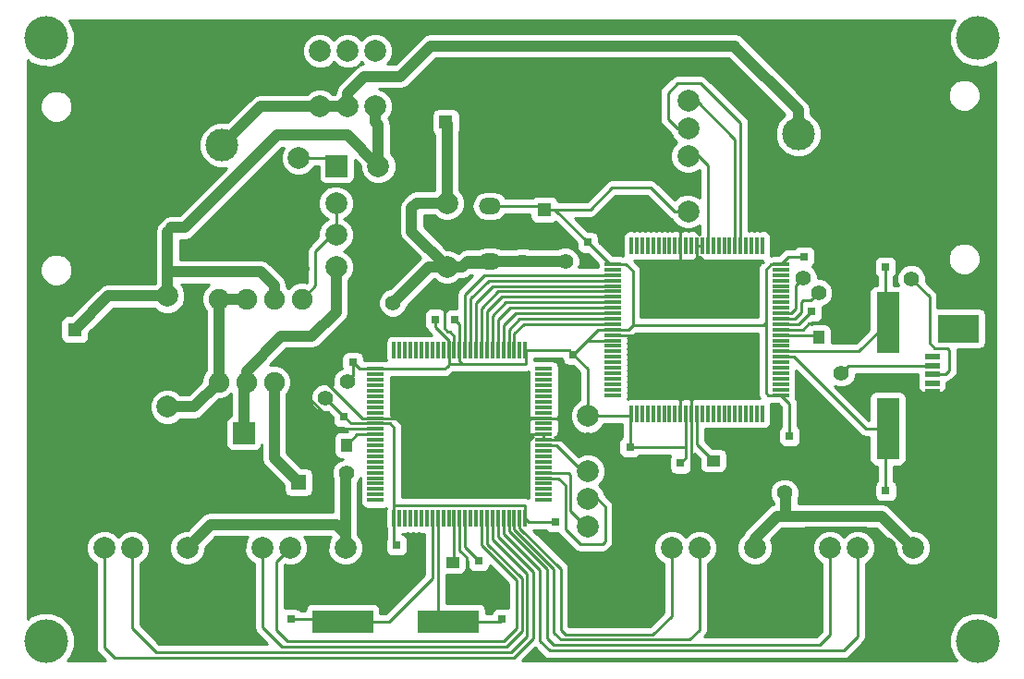
<source format=gbl>
G04 #@! TF.FileFunction,Copper,L2,Bot,Signal*
%FSLAX46Y46*%
G04 Gerber Fmt 4.6, Leading zero omitted, Abs format (unit mm)*
G04 Created by KiCad (PCBNEW (2015-07-11 BZR 5925, Git c291b88)-product) date 2015/07/20 22:50:58*
%MOMM*%
G01*
G04 APERTURE LIST*
%ADD10C,0.100000*%
%ADD11R,0.750000X0.800000*%
%ADD12R,1.250000X1.000000*%
%ADD13R,1.400000X1.400000*%
%ADD14C,1.400000*%
%ADD15R,0.800000X0.750000*%
%ADD16R,1.000000X1.250000*%
%ADD17C,3.000000*%
%ADD18C,1.998980*%
%ADD19C,2.000000*%
%ADD20C,1.905000*%
%ADD21R,0.300000X1.500000*%
%ADD22R,1.500000X0.300000*%
%ADD23R,2.100580X5.600700*%
%ADD24R,5.600700X2.100580*%
%ADD25O,2.000000X1.500000*%
%ADD26R,1.300000X1.300000*%
%ADD27C,1.300000*%
%ADD28R,1.998980X1.998980*%
%ADD29C,4.000500*%
%ADD30R,3.800000X2.500000*%
%ADD31R,1.400000X0.500000*%
%ADD32C,0.250000*%
%ADD33C,1.000000*%
%ADD34C,0.254000*%
G04 APERTURE END LIST*
D10*
D11*
X160670000Y-111280000D03*
X160670000Y-112780000D03*
X149850000Y-108080000D03*
X149850000Y-106580000D03*
X180500000Y-118750000D03*
X180500000Y-120250000D03*
D12*
X173500000Y-121000000D03*
X173500000Y-123000000D03*
D11*
X165862000Y-119773000D03*
X165862000Y-121273000D03*
X170500000Y-121250000D03*
X170500000Y-122750000D03*
D13*
X135500000Y-123000000D03*
D14*
X130500000Y-123000000D03*
D15*
X182480000Y-107350000D03*
X183980000Y-107350000D03*
D16*
X183200000Y-109700000D03*
X185200000Y-109700000D03*
D15*
X189281500Y-103251000D03*
X187781500Y-103251000D03*
X189305500Y-123761500D03*
X190805500Y-123761500D03*
D11*
X162000000Y-101000000D03*
X162000000Y-99500000D03*
X152019000Y-130187000D03*
X152019000Y-131687000D03*
X148010000Y-108070000D03*
X148010000Y-106570000D03*
D12*
X149606000Y-130318000D03*
X149606000Y-132318000D03*
D11*
X154170000Y-135530000D03*
X154170000Y-134030000D03*
X134800000Y-135550000D03*
X134800000Y-134050000D03*
X144500000Y-128750000D03*
X144500000Y-130250000D03*
D16*
X139890000Y-119580000D03*
X137890000Y-119580000D03*
D15*
X140470000Y-112000000D03*
X138970000Y-112000000D03*
X139670000Y-116980000D03*
X138170000Y-116980000D03*
D11*
X156020000Y-102540000D03*
X156020000Y-101040000D03*
D15*
X181812500Y-102298500D03*
X183312500Y-102298500D03*
D11*
X159060000Y-126620000D03*
X159060000Y-128120000D03*
D17*
X128500000Y-100000000D03*
X128500000Y-92080000D03*
D18*
X149098000Y-100330000D03*
X138938000Y-100330000D03*
X149098000Y-97409000D03*
X138938000Y-97409000D03*
X123500000Y-105920000D03*
X123500000Y-116080000D03*
D19*
X142540000Y-83460000D03*
X140000000Y-83460000D03*
X137460000Y-83460000D03*
X137460000Y-88540000D03*
X140000000Y-88540000D03*
X142540000Y-88540000D03*
D20*
X128190000Y-113810000D03*
X130730000Y-113810000D03*
X133270000Y-113810000D03*
X135810000Y-113810000D03*
X135810000Y-106190000D03*
X133270000Y-106190000D03*
X130730000Y-106190000D03*
X128190000Y-106190000D03*
D21*
X166000000Y-101300000D03*
X166500000Y-101300000D03*
X167000000Y-101300000D03*
X167500000Y-101300000D03*
X168000000Y-101300000D03*
X168500000Y-101300000D03*
X169000000Y-101300000D03*
X169500000Y-101300000D03*
X170000000Y-101300000D03*
X170500000Y-101300000D03*
X171000000Y-101300000D03*
X171500000Y-101300000D03*
X172000000Y-101300000D03*
X172500000Y-101300000D03*
X173000000Y-101300000D03*
X173500000Y-101300000D03*
X174000000Y-101300000D03*
X174500000Y-101300000D03*
X175000000Y-101300000D03*
X175500000Y-101300000D03*
X176000000Y-101300000D03*
X176500000Y-101300000D03*
X177000000Y-101300000D03*
X177500000Y-101300000D03*
X178000000Y-101300000D03*
D22*
X179700000Y-103000000D03*
X179700000Y-103500000D03*
X179700000Y-104000000D03*
X179700000Y-104500000D03*
X179700000Y-105000000D03*
X179700000Y-105500000D03*
X179700000Y-106000000D03*
X179700000Y-106500000D03*
X179700000Y-107000000D03*
X179700000Y-107500000D03*
X179700000Y-108000000D03*
X179700000Y-108500000D03*
X179700000Y-109000000D03*
X179700000Y-109500000D03*
X179700000Y-110000000D03*
X179700000Y-110500000D03*
X179700000Y-111000000D03*
X179700000Y-111500000D03*
X179700000Y-112000000D03*
X179700000Y-112500000D03*
X179700000Y-113000000D03*
X179700000Y-113500000D03*
X179700000Y-114000000D03*
X179700000Y-114500000D03*
X179700000Y-115000000D03*
D21*
X178000000Y-116700000D03*
X177500000Y-116700000D03*
X177000000Y-116700000D03*
X176500000Y-116700000D03*
X176000000Y-116700000D03*
X175500000Y-116700000D03*
X175000000Y-116700000D03*
X174500000Y-116700000D03*
X174000000Y-116700000D03*
X173500000Y-116700000D03*
X173000000Y-116700000D03*
X172500000Y-116700000D03*
X172000000Y-116700000D03*
X171500000Y-116700000D03*
X171000000Y-116700000D03*
X170500000Y-116700000D03*
X170000000Y-116700000D03*
X169500000Y-116700000D03*
X169000000Y-116700000D03*
X168500000Y-116700000D03*
X168000000Y-116700000D03*
X167500000Y-116700000D03*
X167000000Y-116700000D03*
X166500000Y-116700000D03*
X166000000Y-116700000D03*
D22*
X164300000Y-115000000D03*
X164300000Y-114500000D03*
X164300000Y-114000000D03*
X164300000Y-113500000D03*
X164300000Y-113000000D03*
X164300000Y-112500000D03*
X164300000Y-112000000D03*
X164300000Y-111500000D03*
X164300000Y-111000000D03*
X164300000Y-110500000D03*
X164300000Y-110000000D03*
X164300000Y-109500000D03*
X164300000Y-109000000D03*
X164300000Y-108500000D03*
X164300000Y-108000000D03*
X164300000Y-107500000D03*
X164300000Y-107000000D03*
X164300000Y-106500000D03*
X164300000Y-106000000D03*
X164300000Y-105500000D03*
X164300000Y-105000000D03*
X164300000Y-104500000D03*
X164300000Y-104000000D03*
X164300000Y-103500000D03*
X164300000Y-103000000D03*
X157970000Y-112610000D03*
X157970000Y-113110000D03*
X157970000Y-113610000D03*
X157970000Y-114110000D03*
X157970000Y-114610000D03*
X157970000Y-115110000D03*
X157970000Y-115610000D03*
X157970000Y-116110000D03*
X157970000Y-116610000D03*
X157970000Y-117110000D03*
X157970000Y-117610000D03*
X157970000Y-118110000D03*
X157970000Y-118610000D03*
X157970000Y-119110000D03*
X157970000Y-119610000D03*
X157970000Y-120110000D03*
X157970000Y-120610000D03*
X157970000Y-121110000D03*
X157970000Y-121610000D03*
X157970000Y-122110000D03*
X157970000Y-122610000D03*
X157970000Y-123110000D03*
X157970000Y-123610000D03*
X157970000Y-124110000D03*
X157970000Y-124610000D03*
D21*
X156270000Y-126310000D03*
X155770000Y-126310000D03*
X155270000Y-126310000D03*
X154770000Y-126310000D03*
X154270000Y-126310000D03*
X153770000Y-126310000D03*
X153270000Y-126310000D03*
X152770000Y-126310000D03*
X152270000Y-126310000D03*
X151770000Y-126310000D03*
X151270000Y-126310000D03*
X150770000Y-126310000D03*
X150270000Y-126310000D03*
X149770000Y-126310000D03*
X149270000Y-126310000D03*
X148770000Y-126310000D03*
X148270000Y-126310000D03*
X147770000Y-126310000D03*
X147270000Y-126310000D03*
X146770000Y-126310000D03*
X146270000Y-126310000D03*
X145770000Y-126310000D03*
X145270000Y-126310000D03*
X144770000Y-126310000D03*
X144270000Y-126310000D03*
D22*
X142570000Y-124610000D03*
X142570000Y-124110000D03*
X142570000Y-123610000D03*
X142570000Y-123110000D03*
X142570000Y-122610000D03*
X142570000Y-122110000D03*
X142570000Y-121610000D03*
X142570000Y-121110000D03*
X142570000Y-120610000D03*
X142570000Y-120110000D03*
X142570000Y-119610000D03*
X142570000Y-119110000D03*
X142570000Y-118610000D03*
X142570000Y-118110000D03*
X142570000Y-117610000D03*
X142570000Y-117110000D03*
X142570000Y-116610000D03*
X142570000Y-116110000D03*
X142570000Y-115610000D03*
X142570000Y-115110000D03*
X142570000Y-114610000D03*
X142570000Y-114110000D03*
X142570000Y-113610000D03*
X142570000Y-113110000D03*
X142570000Y-112610000D03*
D21*
X144270000Y-110910000D03*
X144770000Y-110910000D03*
X145270000Y-110910000D03*
X145770000Y-110910000D03*
X146270000Y-110910000D03*
X146770000Y-110910000D03*
X147270000Y-110910000D03*
X147770000Y-110910000D03*
X148270000Y-110910000D03*
X148770000Y-110910000D03*
X149270000Y-110910000D03*
X149770000Y-110910000D03*
X150270000Y-110910000D03*
X150770000Y-110910000D03*
X151270000Y-110910000D03*
X151770000Y-110910000D03*
X152270000Y-110910000D03*
X152770000Y-110910000D03*
X153270000Y-110910000D03*
X153770000Y-110910000D03*
X154270000Y-110910000D03*
X154770000Y-110910000D03*
X155270000Y-110910000D03*
X155770000Y-110910000D03*
X156270000Y-110910000D03*
D23*
X189484000Y-118069360D03*
X189484000Y-108371640D03*
D24*
X139550140Y-135763000D03*
X149247860Y-135763000D03*
D19*
X171196000Y-88011000D03*
X171196000Y-90551000D03*
X171196000Y-93091000D03*
X171196000Y-95631000D03*
X171196000Y-98171000D03*
X162000000Y-127080000D03*
X162000000Y-124540000D03*
X162000000Y-122000000D03*
X162000000Y-119460000D03*
X162000000Y-116920000D03*
X191810000Y-129000000D03*
X189270000Y-129000000D03*
X186730000Y-129000000D03*
X184190000Y-129000000D03*
X177310000Y-129000000D03*
X174770000Y-129000000D03*
X172230000Y-129000000D03*
X169690000Y-129000000D03*
X139810000Y-129000000D03*
X137270000Y-129000000D03*
X134730000Y-129000000D03*
X132190000Y-129000000D03*
X125310000Y-129000000D03*
X122770000Y-129000000D03*
X120230000Y-129000000D03*
X117690000Y-129000000D03*
D25*
X153035000Y-102743000D03*
X153035000Y-97663000D03*
X153035000Y-100203000D03*
D26*
X158000000Y-98000000D03*
D27*
X158000000Y-95500000D03*
D26*
X149000000Y-90000000D03*
D27*
X154000000Y-90000000D03*
D26*
X115000000Y-109000000D03*
D27*
X115000000Y-114000000D03*
D17*
X181292500Y-91059000D03*
X181292500Y-98979000D03*
D18*
X149098000Y-103251000D03*
X138938000Y-103251000D03*
X126690000Y-118500000D03*
D28*
X130500000Y-118500000D03*
D18*
X142810000Y-94000000D03*
D28*
X139000000Y-94000000D03*
D18*
X135509000Y-93281500D03*
X135509000Y-103441500D03*
D29*
X112395000Y-137541000D03*
X112395000Y-82296000D03*
X197739000Y-82296000D03*
X197739000Y-137541000D03*
D30*
X195948000Y-108893500D03*
X195948000Y-117293500D03*
D31*
X193548000Y-113093500D03*
X193548000Y-112293500D03*
X193548000Y-113893500D03*
X193548000Y-111493500D03*
X193548000Y-114693500D03*
D14*
X139954000Y-113792000D03*
X137922000Y-115252500D03*
X164147500Y-98425000D03*
X164211000Y-94297500D03*
X161671000Y-132397500D03*
X153797000Y-132334000D03*
X143510000Y-132143500D03*
X151574500Y-133350000D03*
X180022500Y-123952000D03*
X159956500Y-102743000D03*
X144145000Y-106553000D03*
X139890500Y-122174000D03*
X185229500Y-112966500D03*
X183134000Y-105600500D03*
X191643000Y-104330500D03*
X181737000Y-104267000D03*
D32*
X179700000Y-103000000D02*
X180401500Y-102298500D01*
X180401500Y-102298500D02*
X181812500Y-102298500D01*
X139670000Y-116980000D02*
X139649500Y-116980000D01*
X139649500Y-116980000D02*
X137922000Y-115252500D01*
X140470000Y-113276000D02*
X140470000Y-112000000D01*
X139954000Y-113792000D02*
X140470000Y-113276000D01*
X171196000Y-98171000D02*
X169926000Y-98171000D01*
X164211000Y-96012000D02*
X162223000Y-98000000D01*
X167767000Y-96012000D02*
X164211000Y-96012000D01*
X169926000Y-98171000D02*
X167767000Y-96012000D01*
X156270000Y-126310000D02*
X156270000Y-125091500D01*
X156266500Y-125095000D02*
X144270000Y-125095000D01*
X156270000Y-125091500D02*
X156266500Y-125095000D01*
X165862000Y-119773000D02*
X171000000Y-119773000D01*
X171005500Y-119570500D02*
X171000000Y-119570500D01*
X171005500Y-119767500D02*
X171005500Y-119570500D01*
X171000000Y-119773000D02*
X171005500Y-119767500D01*
X150270000Y-110910000D02*
X150270000Y-111916000D01*
X150270000Y-111916000D02*
X150495000Y-112141000D01*
X156270000Y-110910000D02*
X156337000Y-110977000D01*
X156337000Y-110977000D02*
X156337000Y-112141000D01*
X156337000Y-112141000D02*
X150495000Y-112141000D01*
X150495000Y-112141000D02*
X149352000Y-112141000D01*
X139670000Y-116980000D02*
X139670000Y-116937000D01*
X144270000Y-126310000D02*
X144270000Y-125095000D01*
X144270000Y-125095000D02*
X144270000Y-117981000D01*
X144270000Y-117981000D02*
X143899000Y-117610000D01*
X143899000Y-117610000D02*
X142570000Y-117610000D01*
X178054000Y-108585000D02*
X178308000Y-108331000D01*
X166116000Y-108585000D02*
X178054000Y-108585000D01*
X178054000Y-108585000D02*
X178181000Y-108458000D01*
X179700000Y-115000000D02*
X178500000Y-115000000D01*
X178500000Y-115000000D02*
X178308000Y-114808000D01*
X178308000Y-114808000D02*
X178308000Y-108331000D01*
X178813000Y-103000000D02*
X179700000Y-103000000D01*
X178308000Y-108331000D02*
X178308000Y-103505000D01*
X178308000Y-103505000D02*
X178813000Y-103000000D01*
X164300000Y-109000000D02*
X165701000Y-109000000D01*
X165484000Y-103000000D02*
X164300000Y-103000000D01*
X166116000Y-103632000D02*
X165484000Y-103000000D01*
X166116000Y-108585000D02*
X166116000Y-103632000D01*
X165701000Y-109000000D02*
X166116000Y-108585000D01*
X142570000Y-112610000D02*
X148883000Y-112610000D01*
X149270000Y-112223000D02*
X149270000Y-110910000D01*
X148883000Y-112610000D02*
X149098000Y-112395000D01*
X149098000Y-112395000D02*
X149270000Y-112223000D01*
X149840000Y-108070000D02*
X149850000Y-108080000D01*
X162000000Y-116920000D02*
X162000000Y-112610000D01*
X162000000Y-112610000D02*
X160670000Y-111280000D01*
X162000000Y-116920000D02*
X165780000Y-116920000D01*
X165780000Y-116920000D02*
X166000000Y-116700000D01*
X180500000Y-118750000D02*
X180500000Y-115800000D01*
X180500000Y-115800000D02*
X179700000Y-115000000D01*
X162223000Y-98000000D02*
X158000000Y-98000000D01*
X158000000Y-98000000D02*
X159000000Y-98000000D01*
X159000000Y-98000000D02*
X162000000Y-101000000D01*
X153035000Y-97663000D02*
X157663000Y-97663000D01*
X157663000Y-97663000D02*
X158000000Y-98000000D01*
X164300000Y-103000000D02*
X164000000Y-103000000D01*
X164000000Y-103000000D02*
X162000000Y-101000000D01*
X164300000Y-110000000D02*
X161950000Y-110000000D01*
X161417000Y-110490000D02*
X161417000Y-110533000D01*
X161460000Y-110490000D02*
X161417000Y-110490000D01*
X161950000Y-110000000D02*
X161460000Y-110490000D01*
X166000000Y-116700000D02*
X165862000Y-116838000D01*
X165862000Y-116838000D02*
X165862000Y-119773000D01*
X171000000Y-116700000D02*
X171000000Y-119570500D01*
X171000000Y-119570500D02*
X171000000Y-120750000D01*
X171000000Y-120750000D02*
X170500000Y-121250000D01*
X144270000Y-126310000D02*
X144270000Y-128520000D01*
X144270000Y-128520000D02*
X144500000Y-128750000D01*
X149270000Y-110910000D02*
X149270000Y-110027000D01*
X149270000Y-110027000D02*
X148010000Y-108767000D01*
X148010000Y-108767000D02*
X148010000Y-108070000D01*
X150270000Y-110910000D02*
X150270000Y-108500000D01*
X150270000Y-108500000D02*
X149850000Y-108080000D01*
X164300000Y-109000000D02*
X162950000Y-109000000D01*
X162950000Y-109000000D02*
X161417000Y-110533000D01*
X161417000Y-110533000D02*
X160670000Y-111280000D01*
X156270000Y-110910000D02*
X160300000Y-110910000D01*
X160300000Y-110910000D02*
X160670000Y-111280000D01*
X159060000Y-126620000D02*
X156580000Y-126620000D01*
X156580000Y-126620000D02*
X156270000Y-126310000D01*
X142570000Y-117610000D02*
X140300000Y-117610000D01*
X140300000Y-117610000D02*
X139670000Y-116980000D01*
X142570000Y-112610000D02*
X141080000Y-112610000D01*
X141080000Y-112610000D02*
X140470000Y-112000000D01*
D33*
X171196000Y-95631000D02*
X169862500Y-95631000D01*
X168529000Y-94297500D02*
X164211000Y-94297500D01*
X169862500Y-95631000D02*
X168529000Y-94297500D01*
D32*
X151574500Y-133350000D02*
X152781000Y-133350000D01*
X163703000Y-130365500D02*
X163703000Y-129667000D01*
X161671000Y-132397500D02*
X163703000Y-130365500D01*
X152781000Y-133350000D02*
X153797000Y-132334000D01*
X149606000Y-132318000D02*
X150542500Y-132318000D01*
X150542500Y-132318000D02*
X151574500Y-133350000D01*
X171196000Y-95631000D02*
X169291000Y-95631000D01*
X166460000Y-94197000D02*
X164477000Y-92214000D01*
X164477000Y-92214000D02*
X158000000Y-92214000D01*
X167857000Y-94197000D02*
X166460000Y-94197000D01*
X169291000Y-95631000D02*
X167857000Y-94197000D01*
X193548000Y-114693500D02*
X193548000Y-114893500D01*
X193548000Y-114893500D02*
X195948000Y-117293500D01*
X128500000Y-100000000D02*
X130949500Y-100000000D01*
X151757000Y-87757000D02*
X154000000Y-90000000D01*
X148526500Y-87757000D02*
X151757000Y-87757000D01*
X146177000Y-90106500D02*
X148526500Y-87757000D01*
X146177000Y-93281500D02*
X146177000Y-90106500D01*
X143700500Y-95758000D02*
X146177000Y-93281500D01*
X135191500Y-95758000D02*
X143700500Y-95758000D01*
X130949500Y-100000000D02*
X135191500Y-95758000D01*
X165862000Y-121273000D02*
X163813000Y-121273000D01*
X163813000Y-121273000D02*
X162000000Y-119460000D01*
X159060000Y-128120000D02*
X159060000Y-128135500D01*
X159060000Y-128135500D02*
X160591500Y-129667000D01*
X160591500Y-129667000D02*
X163703000Y-129667000D01*
X163703000Y-129667000D02*
X163766500Y-129667000D01*
X167386000Y-122750000D02*
X167386000Y-122797000D01*
X167386000Y-126047500D02*
X167386000Y-122750000D01*
X163766500Y-129667000D02*
X167386000Y-126047500D01*
X150270000Y-126310000D02*
X150270000Y-129251500D01*
X150876000Y-129857500D02*
X150876000Y-132318000D01*
X150270000Y-129251500D02*
X150876000Y-129857500D01*
X144500000Y-130250000D02*
X144133500Y-130250000D01*
X134800000Y-134050000D02*
X143889500Y-134050000D01*
X145669000Y-131419000D02*
X144500000Y-130250000D01*
X145669000Y-132270500D02*
X145669000Y-131419000D01*
X143889500Y-134050000D02*
X145669000Y-132270500D01*
X134800000Y-134050000D02*
X135825000Y-134050000D01*
X137270000Y-132605000D02*
X137270000Y-129000000D01*
X135825000Y-134050000D02*
X137270000Y-132605000D01*
X154170000Y-134030000D02*
X153100000Y-134030000D01*
X153100000Y-134030000D02*
X151388000Y-132318000D01*
X149606000Y-132318000D02*
X150876000Y-132318000D01*
X150876000Y-132318000D02*
X151388000Y-132318000D01*
X151388000Y-132318000D02*
X152019000Y-131687000D01*
X149352000Y-100330000D02*
X149098000Y-100330000D01*
X149770000Y-110910000D02*
X149770000Y-109574500D01*
X148844000Y-108839000D02*
X148844000Y-106570000D01*
X149161500Y-109156500D02*
X148844000Y-108839000D01*
X149352000Y-109156500D02*
X149161500Y-109156500D01*
X149770000Y-109574500D02*
X149352000Y-109156500D01*
X138970000Y-112000000D02*
X137160000Y-113810000D01*
X137160000Y-113810000D02*
X135810000Y-113810000D01*
X142570000Y-118110000D02*
X138684000Y-118110000D01*
X138684000Y-118110000D02*
X137890000Y-118904000D01*
X142570000Y-117110000D02*
X157970000Y-117110000D01*
X148010000Y-106570000D02*
X148844000Y-106570000D01*
X148844000Y-106570000D02*
X149840000Y-106570000D01*
X149840000Y-106570000D02*
X149850000Y-106580000D01*
X164300000Y-109500000D02*
X168047000Y-109500000D01*
X170500000Y-111953000D02*
X170500000Y-116700000D01*
X168047000Y-109500000D02*
X170500000Y-111953000D01*
X170500000Y-116700000D02*
X170500000Y-115377000D01*
X171500000Y-115366000D02*
X171500000Y-116700000D01*
X171323000Y-115189000D02*
X171500000Y-115366000D01*
X170688000Y-115189000D02*
X171323000Y-115189000D01*
X170500000Y-115377000D02*
X170688000Y-115189000D01*
X171500000Y-116700000D02*
X171500000Y-123000000D01*
X171450000Y-122936000D02*
X171450000Y-123000000D01*
X171450000Y-122950000D02*
X171450000Y-122936000D01*
X171500000Y-123000000D02*
X171450000Y-122950000D01*
X189270000Y-129000000D02*
X189579000Y-129000000D01*
X189579000Y-129000000D02*
X191516000Y-130937000D01*
X193675000Y-130048000D02*
X193675000Y-122415000D01*
X192786000Y-130937000D02*
X193675000Y-130048000D01*
X191516000Y-130937000D02*
X192786000Y-130937000D01*
X174770000Y-129000000D02*
X174770000Y-130193000D01*
X187397000Y-127127000D02*
X189270000Y-129000000D01*
X181991000Y-127127000D02*
X187397000Y-127127000D01*
X178308000Y-130810000D02*
X181991000Y-127127000D01*
X175387000Y-130810000D02*
X178308000Y-130810000D01*
X174770000Y-130193000D02*
X175387000Y-130810000D01*
X173500000Y-123000000D02*
X177750000Y-123000000D01*
X177750000Y-123000000D02*
X180500000Y-120250000D01*
X153035000Y-100203000D02*
X155183000Y-100203000D01*
X155183000Y-100203000D02*
X156020000Y-101040000D01*
X153035000Y-100203000D02*
X149225000Y-100203000D01*
X149225000Y-100203000D02*
X149098000Y-100330000D01*
X130500000Y-123000000D02*
X130500000Y-123388000D01*
X130500000Y-123388000D02*
X132207000Y-125095000D01*
X137890000Y-124111000D02*
X137890000Y-119580000D01*
X136906000Y-125095000D02*
X137890000Y-124111000D01*
X132207000Y-125095000D02*
X136906000Y-125095000D01*
X122770000Y-129000000D02*
X122770000Y-128818000D01*
X122770000Y-128818000D02*
X128588000Y-123000000D01*
X126690000Y-118500000D02*
X126690000Y-121102000D01*
X128588000Y-123000000D02*
X130500000Y-123000000D01*
X126690000Y-121102000D02*
X128588000Y-123000000D01*
X115000000Y-114000000D02*
X115000000Y-115508000D01*
X117992000Y-118500000D02*
X126690000Y-118500000D01*
X115000000Y-115508000D02*
X117992000Y-118500000D01*
X137890000Y-119580000D02*
X137890000Y-118904000D01*
X137890000Y-118904000D02*
X137890000Y-117260000D01*
X137890000Y-117260000D02*
X138170000Y-116980000D01*
X142570000Y-117110000D02*
X141367000Y-117110000D01*
X141367000Y-117110000D02*
X138067000Y-113810000D01*
X138067000Y-113810000D02*
X135810000Y-113810000D01*
X135810000Y-113810000D02*
X135810000Y-114620000D01*
X135810000Y-114620000D02*
X138170000Y-116980000D01*
X157970000Y-117110000D02*
X159369000Y-117110000D01*
X159369000Y-117110000D02*
X160670000Y-115809000D01*
X160670000Y-115809000D02*
X160670000Y-112780000D01*
X157970000Y-117110000D02*
X157954000Y-117094000D01*
X157954000Y-117094000D02*
X156845000Y-117094000D01*
X156845000Y-117094000D02*
X156464000Y-117475000D01*
X156464000Y-117475000D02*
X156464000Y-118364000D01*
X156464000Y-118364000D02*
X156464000Y-118491000D01*
X156464000Y-118491000D02*
X156591000Y-118618000D01*
X156591000Y-118618000D02*
X157962000Y-118618000D01*
X157962000Y-118618000D02*
X157970000Y-118610000D01*
X157970000Y-119110000D02*
X157986000Y-119126000D01*
X157986000Y-119126000D02*
X161666000Y-119126000D01*
X161666000Y-119126000D02*
X162000000Y-119460000D01*
X157970000Y-119110000D02*
X157970000Y-118610000D01*
X165862000Y-121273000D02*
X167386000Y-122797000D01*
X167386000Y-122797000D02*
X167339000Y-122750000D01*
X167339000Y-122750000D02*
X170500000Y-122750000D01*
X170500000Y-122750000D02*
X170750000Y-123000000D01*
X170750000Y-123000000D02*
X171450000Y-123000000D01*
X171450000Y-123000000D02*
X173500000Y-123000000D01*
X179700000Y-109000000D02*
X181703000Y-109000000D01*
X182245000Y-108458000D02*
X183980000Y-108458000D01*
X181703000Y-109000000D02*
X182245000Y-108458000D01*
X183980000Y-107350000D02*
X183980000Y-108458000D01*
X183980000Y-108458000D02*
X183980000Y-108480000D01*
X183980000Y-108480000D02*
X185200000Y-109700000D01*
X184250000Y-107080000D02*
X183980000Y-107350000D01*
X181080000Y-100000000D02*
X181000000Y-99920000D01*
X171577000Y-102870000D02*
X178054000Y-102870000D01*
X181000000Y-99924000D02*
X181000000Y-99920000D01*
X172000000Y-101300000D02*
X172500000Y-101300000D01*
X170500000Y-101300000D02*
X170500000Y-102682000D01*
X172000000Y-102447000D02*
X172000000Y-101300000D01*
X171577000Y-102870000D02*
X172000000Y-102447000D01*
X170688000Y-102870000D02*
X171577000Y-102870000D01*
X170500000Y-102682000D02*
X170688000Y-102870000D01*
X170500000Y-101300000D02*
X170500000Y-99888000D01*
X170500000Y-99888000D02*
X170307000Y-99695000D01*
X167931000Y-97319000D02*
X166460000Y-97319000D01*
X170307000Y-99695000D02*
X167931000Y-97319000D01*
X162000000Y-99500000D02*
X164279000Y-99500000D01*
X164279000Y-99500000D02*
X166460000Y-97319000D01*
X154000000Y-90000000D02*
X155786000Y-90000000D01*
X155786000Y-90000000D02*
X158000000Y-92214000D01*
X158000000Y-92214000D02*
X158000000Y-95500000D01*
X172000000Y-116700000D02*
X172000000Y-119500000D01*
X172000000Y-119500000D02*
X173500000Y-121000000D01*
D33*
X135500000Y-123000000D02*
X133270000Y-120770000D01*
X133270000Y-120770000D02*
X133270000Y-113810000D01*
D32*
X179700000Y-111000000D02*
X186855640Y-111000000D01*
X186855640Y-111000000D02*
X189484000Y-108371640D01*
X189281500Y-103251000D02*
X189281500Y-108169140D01*
X189281500Y-108169140D02*
X189484000Y-108371640D01*
X179700000Y-111500000D02*
X180905500Y-111500000D01*
X187474860Y-118069360D02*
X189484000Y-118069360D01*
X180905500Y-111500000D02*
X187474860Y-118069360D01*
X189305500Y-123761500D02*
X189305500Y-118247860D01*
X189305500Y-118247860D02*
X189484000Y-118069360D01*
X149247860Y-135763000D02*
X153937000Y-135763000D01*
X153937000Y-135763000D02*
X154170000Y-135530000D01*
X148270000Y-126310000D02*
X148270000Y-134785140D01*
X148270000Y-134785140D02*
X149247860Y-135763000D01*
X134800000Y-135550000D02*
X139337140Y-135550000D01*
X139337140Y-135550000D02*
X139550140Y-135763000D01*
X139550140Y-135763000D02*
X143764000Y-135763000D01*
X147770000Y-131757000D02*
X147770000Y-126310000D01*
X143764000Y-135763000D02*
X147770000Y-131757000D01*
X142570000Y-118610000D02*
X140860000Y-118610000D01*
X140860000Y-118610000D02*
X139890000Y-119580000D01*
D33*
X149098000Y-97409000D02*
X149098000Y-90098000D01*
X149098000Y-90098000D02*
X149000000Y-90000000D01*
X153035000Y-102743000D02*
X159956500Y-102743000D01*
X180149500Y-124079000D02*
X180149500Y-126111000D01*
X180022500Y-123952000D02*
X180149500Y-124079000D01*
X147447000Y-103251000D02*
X144145000Y-106553000D01*
X149098000Y-103251000D02*
X147447000Y-103251000D01*
X139810000Y-122254500D02*
X139810000Y-129000000D01*
X139890500Y-122174000D02*
X139810000Y-122254500D01*
X177310000Y-129000000D02*
X177310000Y-128125000D01*
X177310000Y-128125000D02*
X179324000Y-126111000D01*
X179324000Y-126111000D02*
X180149500Y-126111000D01*
X188921000Y-126111000D02*
X191810000Y-129000000D01*
X180149500Y-126111000D02*
X188921000Y-126111000D01*
X140081000Y-128729000D02*
X139810000Y-129000000D01*
X125310000Y-129000000D02*
X127437000Y-126873000D01*
X127437000Y-126873000D02*
X138938000Y-126873000D01*
X138938000Y-126873000D02*
X139810000Y-127745000D01*
X139810000Y-127745000D02*
X139810000Y-129000000D01*
X149098000Y-103251000D02*
X150495000Y-103251000D01*
X151003000Y-102743000D02*
X153035000Y-102743000D01*
X150495000Y-103251000D02*
X151003000Y-102743000D01*
X149098000Y-97409000D02*
X146304000Y-97409000D01*
X145859500Y-100012500D02*
X149098000Y-103251000D01*
X145859500Y-97853500D02*
X145859500Y-100012500D01*
X146304000Y-97409000D02*
X145859500Y-97853500D01*
D32*
X177310000Y-128125000D02*
X179197000Y-126238000D01*
X179197000Y-126238000D02*
X189048000Y-126238000D01*
X189048000Y-126238000D02*
X191810000Y-129000000D01*
X139810000Y-129000000D02*
X139810000Y-127745000D01*
X138938000Y-126873000D02*
X127437000Y-126873000D01*
X139810000Y-127745000D02*
X138938000Y-126873000D01*
X149098000Y-97409000D02*
X148590000Y-97409000D01*
X153035000Y-102743000D02*
X155817000Y-102743000D01*
X155817000Y-102743000D02*
X156020000Y-102540000D01*
X149000000Y-90000000D02*
X149000000Y-97311000D01*
X149000000Y-97311000D02*
X149098000Y-97409000D01*
X149098000Y-103251000D02*
X152527000Y-103251000D01*
X152527000Y-103251000D02*
X153035000Y-102743000D01*
X171196000Y-88011000D02*
X171958000Y-88011000D01*
X171958000Y-88011000D02*
X175500000Y-91553000D01*
X175500000Y-91553000D02*
X175500000Y-101300000D01*
X171196000Y-90551000D02*
X170180000Y-90551000D01*
X176000000Y-90084500D02*
X176000000Y-101300000D01*
X172339000Y-86423500D02*
X176000000Y-90084500D01*
X170243500Y-86423500D02*
X172339000Y-86423500D01*
X169354500Y-87312500D02*
X170243500Y-86423500D01*
X169354500Y-89725500D02*
X169354500Y-87312500D01*
X170180000Y-90551000D02*
X169354500Y-89725500D01*
X171196000Y-93091000D02*
X172148500Y-93091000D01*
X172148500Y-93091000D02*
X173000000Y-93942500D01*
X173000000Y-93942500D02*
X173000000Y-101300000D01*
D33*
X181292500Y-91059000D02*
X181292500Y-88900000D01*
X181292500Y-88900000D02*
X175387000Y-82994500D01*
D32*
X175387000Y-82994500D02*
X181292500Y-88900000D01*
D33*
X140000000Y-88540000D02*
X140000000Y-87330000D01*
X147637500Y-82994500D02*
X175387000Y-82994500D01*
X175387000Y-82994500D02*
X175450500Y-82994500D01*
X144843500Y-85788500D02*
X147637500Y-82994500D01*
X141541500Y-85788500D02*
X144843500Y-85788500D01*
X140000000Y-87330000D02*
X141541500Y-85788500D01*
X137460000Y-88540000D02*
X140000000Y-88540000D01*
X128500000Y-92080000D02*
X132040000Y-88540000D01*
X132040000Y-88540000D02*
X137460000Y-88540000D01*
D32*
X162000000Y-127080000D02*
X161878000Y-127080000D01*
X161878000Y-127080000D02*
X160401000Y-125603000D01*
X160401000Y-125603000D02*
X160401000Y-122301000D01*
X160401000Y-122301000D02*
X160210000Y-122110000D01*
X160210000Y-122110000D02*
X157970000Y-122110000D01*
X162000000Y-124540000D02*
X162894000Y-124540000D01*
X162894000Y-124540000D02*
X163576000Y-125222000D01*
X163576000Y-125222000D02*
X163576000Y-128397000D01*
X163576000Y-128397000D02*
X163322000Y-128651000D01*
X163322000Y-128651000D02*
X161290000Y-128651000D01*
X161290000Y-128651000D02*
X159950998Y-127311998D01*
X159950998Y-127311998D02*
X159950998Y-123247998D01*
X159950998Y-123247998D02*
X159313000Y-122610000D01*
X159313000Y-122610000D02*
X157970000Y-122610000D01*
X157970000Y-119610000D02*
X159107000Y-119610000D01*
X159107000Y-119610000D02*
X161497000Y-122000000D01*
X161497000Y-122000000D02*
X162000000Y-122000000D01*
D33*
X123856750Y-99663250D02*
X125063250Y-99663250D01*
X139996000Y-91186000D02*
X142810000Y-94000000D01*
X133540500Y-91186000D02*
X139996000Y-91186000D01*
X125063250Y-99663250D02*
X133540500Y-91186000D01*
X123500000Y-105920000D02*
X118080000Y-105920000D01*
X118080000Y-105920000D02*
X115000000Y-109000000D01*
X133270000Y-106190000D02*
X133270000Y-104949000D01*
X132016500Y-103695500D02*
X123500000Y-103695500D01*
X133270000Y-104949000D02*
X132016500Y-103695500D01*
X142540000Y-88540000D02*
X142540000Y-89963500D01*
X142540000Y-89963500D02*
X142810000Y-90233500D01*
X123500000Y-101600000D02*
X123500000Y-103695500D01*
D32*
X123856750Y-99663250D02*
X123507500Y-100012500D01*
D33*
X123507500Y-100012500D02*
X123507500Y-101600000D01*
X123507500Y-101600000D02*
X123500000Y-101600000D01*
X123500000Y-103695500D02*
X123500000Y-105920000D01*
D32*
X142540000Y-88540000D02*
X142810000Y-88810000D01*
X142810000Y-88810000D02*
X142810000Y-90233500D01*
D33*
X142810000Y-90233500D02*
X142810000Y-94000000D01*
X130500000Y-118500000D02*
X130500000Y-114040000D01*
X130500000Y-114040000D02*
X130730000Y-113810000D01*
X130730000Y-113810000D02*
X130730000Y-112792500D01*
X138938000Y-107378500D02*
X138938000Y-103251000D01*
X136715500Y-109601000D02*
X138938000Y-107378500D01*
X133921500Y-109601000D02*
X136715500Y-109601000D01*
X130730000Y-112792500D02*
X133921500Y-109601000D01*
D32*
X130730000Y-113810000D02*
X130500000Y-114040000D01*
X138938000Y-100330000D02*
X138557000Y-100330000D01*
X138557000Y-100330000D02*
X137033000Y-101854000D01*
X137033000Y-104967000D02*
X135810000Y-106190000D01*
X137033000Y-101854000D02*
X137033000Y-104967000D01*
X138938000Y-97409000D02*
X138938000Y-100330000D01*
D33*
X128190000Y-106190000D02*
X130730000Y-106190000D01*
X128190000Y-106190000D02*
X128190000Y-113810000D01*
X123500000Y-116080000D02*
X125920000Y-116080000D01*
X125920000Y-116080000D02*
X128190000Y-113810000D01*
D32*
X123500000Y-116080000D02*
X125728000Y-116080000D01*
X125728000Y-116080000D02*
X127998000Y-113810000D01*
X127998000Y-113810000D02*
X128190000Y-113810000D01*
X179700000Y-108000000D02*
X180989898Y-108000000D01*
X185902500Y-112293500D02*
X193548000Y-112293500D01*
X185229500Y-112966500D02*
X185902500Y-112293500D01*
X182435500Y-106299000D02*
X183134000Y-105600500D01*
X181737000Y-106299000D02*
X182435500Y-106299000D01*
X181552002Y-106483998D02*
X181737000Y-106299000D01*
X181552002Y-107437896D02*
X181552002Y-106483998D01*
X180989898Y-108000000D02*
X181552002Y-107437896D01*
X154770000Y-126310000D02*
X154770000Y-127465000D01*
X184190000Y-136993000D02*
X184190000Y-129000000D01*
X183261000Y-137922000D02*
X184190000Y-136993000D01*
X158877000Y-137922000D02*
X183261000Y-137922000D01*
X158242000Y-137287000D02*
X158877000Y-137922000D01*
X158242000Y-130937000D02*
X158242000Y-137287000D01*
X154770000Y-127465000D02*
X158242000Y-130937000D01*
X154270000Y-126310000D02*
X154270000Y-127727000D01*
X186730000Y-137120000D02*
X186730000Y-129000000D01*
X185420000Y-138430000D02*
X186730000Y-137120000D01*
X158496000Y-138430000D02*
X185420000Y-138430000D01*
X157607000Y-137541000D02*
X158496000Y-138430000D01*
X157607000Y-131064000D02*
X157607000Y-137541000D01*
X154270000Y-127727000D02*
X157607000Y-131064000D01*
X155770000Y-126310000D02*
X155770000Y-127192204D01*
X169690000Y-135237000D02*
X169690000Y-129000000D01*
X167963002Y-136963998D02*
X169690000Y-135237000D01*
X159950998Y-136963998D02*
X167963002Y-136963998D01*
X159512000Y-136525000D02*
X159950998Y-136963998D01*
X159512000Y-130934204D02*
X159512000Y-136525000D01*
X155770000Y-127192204D02*
X159512000Y-130934204D01*
X155270000Y-126310000D02*
X155270000Y-127328602D01*
X172230000Y-136507000D02*
X172230000Y-129000000D01*
X171323000Y-137414000D02*
X172230000Y-136507000D01*
X159512000Y-137414000D02*
X171323000Y-137414000D01*
X158877000Y-136779000D02*
X159512000Y-137414000D01*
X158877000Y-130935602D02*
X158877000Y-136779000D01*
X155270000Y-127328602D02*
X158877000Y-130935602D01*
X152770000Y-126310000D02*
X152770000Y-128638602D01*
X132190000Y-136254000D02*
X132190000Y-129000000D01*
X133985000Y-138049000D02*
X132190000Y-136254000D01*
X154559000Y-138049000D02*
X133985000Y-138049000D01*
X155956000Y-136652000D02*
X154559000Y-138049000D01*
X155956000Y-131824602D02*
X155956000Y-136652000D01*
X152770000Y-128638602D02*
X155956000Y-131824602D01*
X152270000Y-126310000D02*
X152270000Y-128775000D01*
X133477000Y-130253000D02*
X134730000Y-129000000D01*
X133477000Y-136525000D02*
X133477000Y-130253000D01*
X134493000Y-137541000D02*
X133477000Y-136525000D01*
X154305000Y-137541000D02*
X134493000Y-137541000D01*
X155448000Y-136398000D02*
X154305000Y-137541000D01*
X155448000Y-131953000D02*
X155448000Y-136398000D01*
X152270000Y-128775000D02*
X155448000Y-131953000D01*
X153770000Y-126310000D02*
X153770000Y-127989000D01*
X117690000Y-138137000D02*
X117690000Y-129000000D01*
X118618000Y-139065000D02*
X117690000Y-138137000D01*
X155194000Y-139065000D02*
X118618000Y-139065000D01*
X156972000Y-137287000D02*
X155194000Y-139065000D01*
X156972000Y-131191000D02*
X156972000Y-137287000D01*
X153770000Y-127989000D02*
X156972000Y-131191000D01*
X153270000Y-126310000D02*
X153270000Y-128251000D01*
X120230000Y-136359000D02*
X120230000Y-129000000D01*
X122428000Y-138557000D02*
X120230000Y-136359000D01*
X154940000Y-138557000D02*
X122428000Y-138557000D01*
X156406002Y-137090998D02*
X154940000Y-138557000D01*
X156406002Y-131387002D02*
X156406002Y-137090998D01*
X153270000Y-128251000D02*
X156406002Y-131387002D01*
X164300000Y-108500000D02*
X156168000Y-108500000D01*
X155270000Y-109398000D02*
X155270000Y-110910000D01*
X156168000Y-108500000D02*
X155270000Y-109398000D01*
X164300000Y-108000000D02*
X155779000Y-108000000D01*
X154770000Y-109009000D02*
X154770000Y-110910000D01*
X155779000Y-108000000D02*
X154770000Y-109009000D01*
X164300000Y-107500000D02*
X155390000Y-107500000D01*
X154270000Y-108620000D02*
X154270000Y-110910000D01*
X155390000Y-107500000D02*
X154270000Y-108620000D01*
X164300000Y-107000000D02*
X154874000Y-107000000D01*
X153770000Y-108104000D02*
X153770000Y-110910000D01*
X154874000Y-107000000D02*
X153770000Y-108104000D01*
X153270000Y-107823000D02*
X153270000Y-107715000D01*
X153270000Y-107715000D02*
X154485000Y-106500000D01*
X164300000Y-106500000D02*
X154485000Y-106500000D01*
X153270000Y-107823000D02*
X153270000Y-110910000D01*
X164300000Y-106000000D02*
X154096000Y-106000000D01*
X152770000Y-107326000D02*
X152770000Y-110910000D01*
X154096000Y-106000000D02*
X152770000Y-107326000D01*
X164300000Y-105500000D02*
X153834000Y-105500000D01*
X152270000Y-107064000D02*
X152270000Y-110910000D01*
X153834000Y-105500000D02*
X152270000Y-107064000D01*
X164300000Y-105000000D02*
X153318000Y-105000000D01*
X151770000Y-106548000D02*
X151770000Y-110910000D01*
X153318000Y-105000000D02*
X151770000Y-106548000D01*
X164300000Y-104500000D02*
X152929000Y-104500000D01*
X151270000Y-106159000D02*
X151270000Y-110910000D01*
X152929000Y-104500000D02*
X151270000Y-106159000D01*
X164300000Y-104000000D02*
X152540000Y-104000000D01*
X150770000Y-105770000D02*
X150770000Y-110910000D01*
X152540000Y-104000000D02*
X150770000Y-105770000D01*
X179700000Y-108500000D02*
X181330000Y-108500000D01*
X181330000Y-108500000D02*
X182480000Y-107350000D01*
X179700000Y-109500000D02*
X183000000Y-109500000D01*
X183000000Y-109500000D02*
X183200000Y-109700000D01*
X152019000Y-130187000D02*
X150770000Y-128938000D01*
X150770000Y-128938000D02*
X150770000Y-126310000D01*
X149606000Y-130318000D02*
X149770000Y-130154000D01*
X149770000Y-130154000D02*
X149770000Y-126310000D01*
X135509000Y-93281500D02*
X138281500Y-93281500D01*
X138281500Y-93281500D02*
X139000000Y-94000000D01*
X179700000Y-107500000D02*
X180599500Y-107500000D01*
X194754500Y-113093500D02*
X193548000Y-113093500D01*
X195135500Y-112712500D02*
X194754500Y-113093500D01*
X195135500Y-110871000D02*
X195135500Y-112712500D01*
X194945000Y-110680500D02*
X195135500Y-110871000D01*
X193738500Y-110680500D02*
X194945000Y-110680500D01*
X193294000Y-110236000D02*
X193738500Y-110680500D01*
X193294000Y-105981500D02*
X193294000Y-110236000D01*
X191643000Y-104330500D02*
X193294000Y-105981500D01*
X181038500Y-104965500D02*
X181737000Y-104267000D01*
X181038500Y-107061000D02*
X181038500Y-104965500D01*
X180599500Y-107500000D02*
X181038500Y-107061000D01*
D34*
G36*
X185957401Y-138967401D02*
X187267401Y-137657401D01*
X187432148Y-137410839D01*
X187490000Y-137120000D01*
X187490000Y-130455047D01*
X187654943Y-130386894D01*
X188115278Y-129927363D01*
X188364716Y-129326648D01*
X188365284Y-128676205D01*
X188116894Y-128075057D01*
X187657363Y-127614722D01*
X187056648Y-127365284D01*
X186406205Y-127364716D01*
X185805057Y-127613106D01*
X185459801Y-127957759D01*
X185117363Y-127614722D01*
X184516648Y-127365284D01*
X183866205Y-127364716D01*
X183265057Y-127613106D01*
X182804722Y-128072637D01*
X182555284Y-128673352D01*
X182554716Y-129323795D01*
X182803106Y-129924943D01*
X183262637Y-130385278D01*
X183430000Y-130454773D01*
X183430000Y-136678198D01*
X182946198Y-137162000D01*
X172649802Y-137162000D01*
X172767401Y-137044401D01*
X172932148Y-136797839D01*
X172990000Y-136507000D01*
X172990000Y-130455047D01*
X173154943Y-130386894D01*
X173615278Y-129927363D01*
X173864716Y-129326648D01*
X173864718Y-129323795D01*
X175674716Y-129323795D01*
X175923106Y-129924943D01*
X176382637Y-130385278D01*
X176983352Y-130634716D01*
X177633795Y-130635284D01*
X178234943Y-130386894D01*
X178695278Y-129927363D01*
X178944716Y-129326648D01*
X178945284Y-128676205D01*
X178775305Y-128264827D01*
X179794132Y-127246000D01*
X188450868Y-127246000D01*
X190175025Y-128970157D01*
X190174716Y-129323795D01*
X190423106Y-129924943D01*
X190882637Y-130385278D01*
X191483352Y-130634716D01*
X192133795Y-130635284D01*
X192734943Y-130386894D01*
X193195278Y-129927363D01*
X193444716Y-129326648D01*
X193445284Y-128676205D01*
X193196894Y-128075057D01*
X192737363Y-127614722D01*
X192136648Y-127365284D01*
X191780105Y-127364973D01*
X189723566Y-125308434D01*
X189710944Y-125300000D01*
X189355346Y-125062397D01*
X188921000Y-124976000D01*
X181284500Y-124976000D01*
X181284500Y-124393958D01*
X181357268Y-124218713D01*
X181357731Y-123687617D01*
X181154918Y-123196771D01*
X180779704Y-122820902D01*
X180289213Y-122617232D01*
X179758117Y-122616769D01*
X179267271Y-122819582D01*
X178891402Y-123194796D01*
X178687732Y-123685287D01*
X178687269Y-124216383D01*
X178890082Y-124707229D01*
X179014500Y-124831864D01*
X179014500Y-125037564D01*
X178889654Y-125062397D01*
X178534056Y-125300000D01*
X178521434Y-125308434D01*
X176507434Y-127322434D01*
X176261397Y-127690654D01*
X176250006Y-127747921D01*
X175924722Y-128072637D01*
X175675284Y-128673352D01*
X175674716Y-129323795D01*
X173864718Y-129323795D01*
X173865284Y-128676205D01*
X173616894Y-128075057D01*
X173157363Y-127614722D01*
X172556648Y-127365284D01*
X171906205Y-127364716D01*
X171305057Y-127613106D01*
X170959801Y-127957759D01*
X170617363Y-127614722D01*
X170016648Y-127365284D01*
X169366205Y-127364716D01*
X168765057Y-127613106D01*
X168304722Y-128072637D01*
X168055284Y-128673352D01*
X168054716Y-129323795D01*
X168303106Y-129924943D01*
X168762637Y-130385278D01*
X168930000Y-130454773D01*
X168930000Y-134922198D01*
X167648200Y-136203998D01*
X160272000Y-136203998D01*
X160272000Y-130934204D01*
X160214148Y-130643365D01*
X160049401Y-130396803D01*
X157032598Y-127380000D01*
X158161970Y-127380000D01*
X158224327Y-127474927D01*
X158435360Y-127617377D01*
X158685000Y-127667440D01*
X159292016Y-127667440D01*
X159413597Y-127849399D01*
X160752599Y-129188401D01*
X160999161Y-129353148D01*
X161290000Y-129411000D01*
X163322000Y-129411000D01*
X163612839Y-129353148D01*
X163859401Y-129188401D01*
X164113401Y-128934401D01*
X164278148Y-128687840D01*
X164336000Y-128397000D01*
X164336000Y-125222000D01*
X164278148Y-124931161D01*
X164113401Y-124684599D01*
X163628438Y-124199636D01*
X163386894Y-123615057D01*
X163042241Y-123269801D01*
X163385278Y-122927363D01*
X163634716Y-122326648D01*
X163635284Y-121676205D01*
X163386894Y-121075057D01*
X162927363Y-120614722D01*
X162326648Y-120365284D01*
X161676205Y-120364716D01*
X161152789Y-120580987D01*
X159644401Y-119072599D01*
X159397839Y-118907852D01*
X159107000Y-118850000D01*
X158978051Y-118850000D01*
X159174927Y-118720673D01*
X159317377Y-118509640D01*
X159367440Y-118260000D01*
X159367440Y-117960000D01*
X159347717Y-117858348D01*
X159367440Y-117760000D01*
X159367440Y-117460000D01*
X159320463Y-117217877D01*
X159249616Y-117110025D01*
X159317377Y-117009640D01*
X159367440Y-116760000D01*
X159367440Y-116460000D01*
X159347717Y-116358348D01*
X159367440Y-116260000D01*
X159367440Y-115960000D01*
X159347717Y-115858348D01*
X159367440Y-115760000D01*
X159367440Y-115460000D01*
X159347717Y-115358348D01*
X159367440Y-115260000D01*
X159367440Y-114960000D01*
X159347717Y-114858348D01*
X159367440Y-114760000D01*
X159367440Y-114460000D01*
X159347717Y-114358348D01*
X159367440Y-114260000D01*
X159367440Y-113960000D01*
X159347717Y-113858348D01*
X159367440Y-113760000D01*
X159367440Y-113460000D01*
X159347717Y-113358348D01*
X159367440Y-113260000D01*
X159367440Y-112960000D01*
X159347717Y-112858348D01*
X159367440Y-112760000D01*
X159367440Y-112460000D01*
X159320463Y-112217877D01*
X159180673Y-112005073D01*
X158969640Y-111862623D01*
X158720000Y-111812560D01*
X157220000Y-111812560D01*
X157097000Y-111836425D01*
X157097000Y-111670000D01*
X159647560Y-111670000D01*
X159647560Y-111680000D01*
X159694537Y-111922123D01*
X159834327Y-112134927D01*
X160045360Y-112277377D01*
X160295000Y-112327440D01*
X160642638Y-112327440D01*
X161240000Y-112924802D01*
X161240000Y-115464953D01*
X161075057Y-115533106D01*
X160614722Y-115992637D01*
X160365284Y-116593352D01*
X160364716Y-117243795D01*
X160613106Y-117844943D01*
X161072637Y-118305278D01*
X161673352Y-118554716D01*
X162323795Y-118555284D01*
X162924943Y-118306894D01*
X163385278Y-117847363D01*
X163454773Y-117680000D01*
X165102000Y-117680000D01*
X165102000Y-118866392D01*
X165032073Y-118912327D01*
X164889623Y-119123360D01*
X164839560Y-119373000D01*
X164839560Y-120173000D01*
X164886537Y-120415123D01*
X165026327Y-120627927D01*
X165237360Y-120770377D01*
X165487000Y-120820440D01*
X166237000Y-120820440D01*
X166479123Y-120773463D01*
X166691927Y-120633673D01*
X166759883Y-120533000D01*
X169573092Y-120533000D01*
X169527623Y-120600360D01*
X169477560Y-120850000D01*
X169477560Y-121650000D01*
X169524537Y-121892123D01*
X169664327Y-122104927D01*
X169875360Y-122247377D01*
X170125000Y-122297440D01*
X170875000Y-122297440D01*
X171117123Y-122250463D01*
X171329927Y-122110673D01*
X171472377Y-121899640D01*
X171522440Y-121650000D01*
X171522440Y-121302362D01*
X171537401Y-121287401D01*
X171702148Y-121040839D01*
X171760000Y-120750000D01*
X171760000Y-120334802D01*
X172227560Y-120802362D01*
X172227560Y-121500000D01*
X172274537Y-121742123D01*
X172414327Y-121954927D01*
X172625360Y-122097377D01*
X172875000Y-122147440D01*
X174125000Y-122147440D01*
X174367123Y-122100463D01*
X174579927Y-121960673D01*
X174722377Y-121749640D01*
X174772440Y-121500000D01*
X174772440Y-120500000D01*
X174725463Y-120257877D01*
X174585673Y-120045073D01*
X174374640Y-119902623D01*
X174125000Y-119852560D01*
X173427362Y-119852560D01*
X172760000Y-119185198D01*
X172760000Y-118079391D01*
X172850000Y-118097440D01*
X173150000Y-118097440D01*
X173251652Y-118077717D01*
X173350000Y-118097440D01*
X173650000Y-118097440D01*
X173751652Y-118077717D01*
X173850000Y-118097440D01*
X174150000Y-118097440D01*
X174251652Y-118077717D01*
X174350000Y-118097440D01*
X174650000Y-118097440D01*
X174751652Y-118077717D01*
X174850000Y-118097440D01*
X175150000Y-118097440D01*
X175251652Y-118077717D01*
X175350000Y-118097440D01*
X175650000Y-118097440D01*
X175751652Y-118077717D01*
X175850000Y-118097440D01*
X176150000Y-118097440D01*
X176251652Y-118077717D01*
X176350000Y-118097440D01*
X176650000Y-118097440D01*
X176751652Y-118077717D01*
X176850000Y-118097440D01*
X177150000Y-118097440D01*
X177251652Y-118077717D01*
X177350000Y-118097440D01*
X177650000Y-118097440D01*
X177751652Y-118077717D01*
X177850000Y-118097440D01*
X178150000Y-118097440D01*
X178392123Y-118050463D01*
X178604927Y-117910673D01*
X178747377Y-117699640D01*
X178797440Y-117450000D01*
X178797440Y-115950000D01*
X178760576Y-115760000D01*
X178763305Y-115760000D01*
X178950000Y-115797440D01*
X179422638Y-115797440D01*
X179740000Y-116114802D01*
X179740000Y-117843392D01*
X179670073Y-117889327D01*
X179527623Y-118100360D01*
X179477560Y-118350000D01*
X179477560Y-119150000D01*
X179524537Y-119392123D01*
X179664327Y-119604927D01*
X179875360Y-119747377D01*
X180125000Y-119797440D01*
X180875000Y-119797440D01*
X181117123Y-119750463D01*
X181329927Y-119610673D01*
X181472377Y-119399640D01*
X181522440Y-119150000D01*
X181522440Y-118350000D01*
X181475463Y-118107877D01*
X181335673Y-117895073D01*
X181260000Y-117843993D01*
X181260000Y-115800000D01*
X181202148Y-115509161D01*
X181066212Y-115305718D01*
X181097440Y-115150000D01*
X181097440Y-114850000D01*
X181077717Y-114748348D01*
X181097440Y-114650000D01*
X181097440Y-114350000D01*
X181077717Y-114248348D01*
X181097440Y-114150000D01*
X181097440Y-113850000D01*
X181077717Y-113748348D01*
X181097440Y-113650000D01*
X181097440Y-113350000D01*
X181077717Y-113248348D01*
X181097440Y-113150000D01*
X181097440Y-112850000D01*
X181077717Y-112748348D01*
X181077939Y-112747241D01*
X186937459Y-118606761D01*
X187184021Y-118771508D01*
X187474860Y-118829360D01*
X187786270Y-118829360D01*
X187786270Y-120869710D01*
X187833247Y-121111833D01*
X187973037Y-121324637D01*
X188184070Y-121467087D01*
X188433710Y-121517150D01*
X188545500Y-121517150D01*
X188545500Y-122863470D01*
X188450573Y-122925827D01*
X188308123Y-123136860D01*
X188258060Y-123386500D01*
X188258060Y-124136500D01*
X188305037Y-124378623D01*
X188444827Y-124591427D01*
X188655860Y-124733877D01*
X188905500Y-124783940D01*
X189705500Y-124783940D01*
X189947623Y-124736963D01*
X190160427Y-124597173D01*
X190302877Y-124386140D01*
X190352940Y-124136500D01*
X190352940Y-123386500D01*
X190305963Y-123144377D01*
X190166173Y-122931573D01*
X190065500Y-122863617D01*
X190065500Y-121517150D01*
X190534290Y-121517150D01*
X190776413Y-121470173D01*
X190989217Y-121330383D01*
X191131667Y-121119350D01*
X191181730Y-120869710D01*
X191181730Y-115269010D01*
X191134753Y-115026887D01*
X190994963Y-114814083D01*
X190783930Y-114671633D01*
X190534290Y-114621570D01*
X188433710Y-114621570D01*
X188191587Y-114668547D01*
X187978783Y-114808337D01*
X187836333Y-115019370D01*
X187786270Y-115269010D01*
X187786270Y-117305968D01*
X184652889Y-114172587D01*
X184962787Y-114301268D01*
X185493883Y-114301731D01*
X185984729Y-114098918D01*
X186360598Y-113723704D01*
X186564268Y-113233213D01*
X186564425Y-113053500D01*
X192200560Y-113053500D01*
X192200560Y-113343500D01*
X192230144Y-113495979D01*
X192200560Y-113643500D01*
X192200560Y-114143500D01*
X192247537Y-114385623D01*
X192387327Y-114598427D01*
X192598360Y-114740877D01*
X192848000Y-114790940D01*
X194248000Y-114790940D01*
X194490123Y-114743963D01*
X194702927Y-114604173D01*
X194845377Y-114393140D01*
X194895440Y-114143500D01*
X194895440Y-113825465D01*
X195045339Y-113795648D01*
X195291901Y-113630901D01*
X195672901Y-113249901D01*
X195837648Y-113003340D01*
X195895500Y-112712500D01*
X195895500Y-110871000D01*
X195879575Y-110790940D01*
X197848000Y-110790940D01*
X198090123Y-110743963D01*
X198302927Y-110604173D01*
X198445377Y-110393140D01*
X198495440Y-110143500D01*
X198495440Y-107643500D01*
X198448463Y-107401377D01*
X198308673Y-107188573D01*
X198097640Y-107046123D01*
X197848000Y-106996060D01*
X194054000Y-106996060D01*
X194054000Y-105981500D01*
X193996148Y-105690661D01*
X193831401Y-105444099D01*
X192977774Y-104590472D01*
X192978231Y-104066117D01*
X192775418Y-103575271D01*
X192400204Y-103199402D01*
X191909713Y-102995732D01*
X191378617Y-102995269D01*
X190887771Y-103198082D01*
X190511902Y-103573296D01*
X190308232Y-104063787D01*
X190307769Y-104594883D01*
X190443695Y-104923850D01*
X190041500Y-104923850D01*
X190041500Y-104149030D01*
X190136427Y-104086673D01*
X190278877Y-103875640D01*
X190328940Y-103626000D01*
X190328940Y-102876000D01*
X190316734Y-102813089D01*
X195007243Y-102813089D01*
X195232844Y-103359086D01*
X195650217Y-103777188D01*
X196195819Y-104003742D01*
X196786589Y-104004257D01*
X197332586Y-103778656D01*
X197750688Y-103361283D01*
X197977242Y-102815681D01*
X197977757Y-102224911D01*
X197752156Y-101678914D01*
X197334783Y-101260812D01*
X196789181Y-101034258D01*
X196198411Y-101033743D01*
X195652414Y-101259344D01*
X195234312Y-101676717D01*
X195007758Y-102222319D01*
X195007243Y-102813089D01*
X190316734Y-102813089D01*
X190281963Y-102633877D01*
X190142173Y-102421073D01*
X189931140Y-102278623D01*
X189681500Y-102228560D01*
X188881500Y-102228560D01*
X188639377Y-102275537D01*
X188426573Y-102415327D01*
X188284123Y-102626360D01*
X188234060Y-102876000D01*
X188234060Y-103626000D01*
X188281037Y-103868123D01*
X188420827Y-104080927D01*
X188521500Y-104148883D01*
X188521500Y-104923850D01*
X188433710Y-104923850D01*
X188191587Y-104970827D01*
X187978783Y-105110617D01*
X187836333Y-105321650D01*
X187786270Y-105571290D01*
X187786270Y-108994568D01*
X186540838Y-110240000D01*
X184347440Y-110240000D01*
X184347440Y-109075000D01*
X184300463Y-108832877D01*
X184160673Y-108620073D01*
X183949640Y-108477623D01*
X183700000Y-108427560D01*
X182700000Y-108427560D01*
X182457877Y-108474537D01*
X182377400Y-108527402D01*
X182532362Y-108372440D01*
X182880000Y-108372440D01*
X183122123Y-108325463D01*
X183334927Y-108185673D01*
X183477377Y-107974640D01*
X183527440Y-107725000D01*
X183527440Y-106975000D01*
X183510808Y-106889278D01*
X183889229Y-106732918D01*
X184265098Y-106357704D01*
X184468768Y-105867213D01*
X184469231Y-105336117D01*
X184266418Y-104845271D01*
X183891204Y-104469402D01*
X183400713Y-104265732D01*
X183072002Y-104265445D01*
X183072231Y-104002617D01*
X182869418Y-103511771D01*
X182561766Y-103203582D01*
X182667427Y-103134173D01*
X182809877Y-102923140D01*
X182859940Y-102673500D01*
X182859940Y-101923500D01*
X182812963Y-101681377D01*
X182673173Y-101468573D01*
X182462140Y-101326123D01*
X182212500Y-101276060D01*
X181412500Y-101276060D01*
X181170377Y-101323037D01*
X180957573Y-101462827D01*
X180906493Y-101538500D01*
X180401500Y-101538500D01*
X180110661Y-101596352D01*
X179864099Y-101761099D01*
X179422638Y-102202560D01*
X178950000Y-102202560D01*
X178759431Y-102239535D01*
X178797440Y-102050000D01*
X178797440Y-100550000D01*
X178750463Y-100307877D01*
X178610673Y-100095073D01*
X178399640Y-99952623D01*
X178150000Y-99902560D01*
X177850000Y-99902560D01*
X177748348Y-99922283D01*
X177650000Y-99902560D01*
X177350000Y-99902560D01*
X177248348Y-99922283D01*
X177150000Y-99902560D01*
X176850000Y-99902560D01*
X176760000Y-99920022D01*
X176760000Y-90084500D01*
X176702148Y-89793661D01*
X176537401Y-89547099D01*
X172876401Y-85886099D01*
X172629839Y-85721352D01*
X172339000Y-85663500D01*
X170243500Y-85663500D01*
X169952661Y-85721352D01*
X169706099Y-85886099D01*
X168817099Y-86775099D01*
X168652352Y-87021661D01*
X168594500Y-87312500D01*
X168594500Y-89725500D01*
X168652352Y-90016339D01*
X168817099Y-90262901D01*
X169642599Y-91088401D01*
X169651409Y-91094287D01*
X169809106Y-91475943D01*
X170153759Y-91821199D01*
X169810722Y-92163637D01*
X169561284Y-92764352D01*
X169560716Y-93414795D01*
X169809106Y-94015943D01*
X170268637Y-94476278D01*
X170869352Y-94725716D01*
X171519795Y-94726284D01*
X172120943Y-94477894D01*
X172240000Y-94359045D01*
X172240000Y-96902563D01*
X172123363Y-96785722D01*
X171522648Y-96536284D01*
X170872205Y-96535716D01*
X170271057Y-96784106D01*
X169942195Y-97112393D01*
X168304401Y-95474599D01*
X168057839Y-95309852D01*
X167767000Y-95252000D01*
X164211000Y-95252000D01*
X163920161Y-95309852D01*
X163673599Y-95474599D01*
X161908198Y-97240000D01*
X159276098Y-97240000D01*
X159250463Y-97107877D01*
X159110673Y-96895073D01*
X158899640Y-96752623D01*
X158650000Y-96702560D01*
X157350000Y-96702560D01*
X157107877Y-96749537D01*
X156895073Y-96889327D01*
X156885844Y-96903000D01*
X154442935Y-96903000D01*
X154296375Y-96683657D01*
X153847049Y-96383427D01*
X153317032Y-96278000D01*
X152752968Y-96278000D01*
X152222951Y-96383427D01*
X151773625Y-96683657D01*
X151473395Y-97132983D01*
X151367968Y-97663000D01*
X151473395Y-98193017D01*
X151773625Y-98642343D01*
X152222951Y-98942573D01*
X152752968Y-99048000D01*
X153317032Y-99048000D01*
X153847049Y-98942573D01*
X154296375Y-98642343D01*
X154442935Y-98423000D01*
X156702560Y-98423000D01*
X156702560Y-98650000D01*
X156749537Y-98892123D01*
X156889327Y-99104927D01*
X157100360Y-99247377D01*
X157350000Y-99297440D01*
X158650000Y-99297440D01*
X158892123Y-99250463D01*
X159063249Y-99138051D01*
X160977560Y-101052362D01*
X160977560Y-101400000D01*
X161024537Y-101642123D01*
X161164327Y-101854927D01*
X161375360Y-101997377D01*
X161625000Y-102047440D01*
X161972638Y-102047440D01*
X162902560Y-102977362D01*
X162902560Y-103150000D01*
X162920022Y-103240000D01*
X161195644Y-103240000D01*
X161291268Y-103009713D01*
X161291731Y-102478617D01*
X161088918Y-101987771D01*
X160713704Y-101611902D01*
X160223213Y-101408232D01*
X159692117Y-101407769D01*
X159207520Y-101608000D01*
X156741493Y-101608000D01*
X156644640Y-101542623D01*
X156395000Y-101492560D01*
X155645000Y-101492560D01*
X155402877Y-101539537D01*
X155298655Y-101608000D01*
X154063418Y-101608000D01*
X153847049Y-101463427D01*
X153317032Y-101358000D01*
X152752968Y-101358000D01*
X152222951Y-101463427D01*
X152006582Y-101608000D01*
X151003000Y-101608000D01*
X150615529Y-101685073D01*
X150568654Y-101694397D01*
X150200433Y-101940434D01*
X150149784Y-101991083D01*
X150025073Y-101866154D01*
X149424547Y-101616794D01*
X149068615Y-101616483D01*
X146994500Y-99542368D01*
X146994500Y-98544000D01*
X147921516Y-98544000D01*
X148170927Y-98793846D01*
X148771453Y-99043206D01*
X149421694Y-99043774D01*
X150022655Y-98795462D01*
X150482846Y-98336073D01*
X150732206Y-97735547D01*
X150732774Y-97085306D01*
X150484462Y-96484345D01*
X150233000Y-96232444D01*
X150233000Y-90920939D01*
X150247377Y-90899640D01*
X150297440Y-90650000D01*
X150297440Y-89350000D01*
X150250463Y-89107877D01*
X150110673Y-88895073D01*
X149899640Y-88752623D01*
X149650000Y-88702560D01*
X148350000Y-88702560D01*
X148107877Y-88749537D01*
X147895073Y-88889327D01*
X147752623Y-89100360D01*
X147702560Y-89350000D01*
X147702560Y-90650000D01*
X147749537Y-90892123D01*
X147889327Y-91104927D01*
X147963000Y-91154657D01*
X147963000Y-96232516D01*
X147921444Y-96274000D01*
X146304000Y-96274000D01*
X145869654Y-96360397D01*
X145687772Y-96481927D01*
X145501434Y-96606434D01*
X145056934Y-97050934D01*
X144810897Y-97419154D01*
X144724500Y-97853500D01*
X144724500Y-100012500D01*
X144810897Y-100446846D01*
X144987969Y-100711853D01*
X145056934Y-100815066D01*
X146671930Y-102430062D01*
X146644434Y-102448434D01*
X143871214Y-105221654D01*
X143389771Y-105420582D01*
X143013902Y-105795796D01*
X142810232Y-106286287D01*
X142809769Y-106817383D01*
X143012582Y-107308229D01*
X143387796Y-107684098D01*
X143878287Y-107887768D01*
X144409383Y-107888231D01*
X144900229Y-107685418D01*
X145276098Y-107310204D01*
X145477175Y-106825957D01*
X147917132Y-104386000D01*
X147921516Y-104386000D01*
X148170927Y-104635846D01*
X148771453Y-104885206D01*
X149421694Y-104885774D01*
X150022655Y-104637462D01*
X150274556Y-104386000D01*
X150495000Y-104386000D01*
X150929346Y-104299603D01*
X151297566Y-104053566D01*
X151340132Y-104011000D01*
X151454198Y-104011000D01*
X150232599Y-105232599D01*
X150067852Y-105479161D01*
X150010000Y-105770000D01*
X150010000Y-107032560D01*
X149475000Y-107032560D01*
X149232877Y-107079537D01*
X149020073Y-107219327D01*
X148933103Y-107348169D01*
X148845673Y-107215073D01*
X148634640Y-107072623D01*
X148385000Y-107022560D01*
X147635000Y-107022560D01*
X147392877Y-107069537D01*
X147180073Y-107209327D01*
X147037623Y-107420360D01*
X146987560Y-107670000D01*
X146987560Y-108470000D01*
X147034537Y-108712123D01*
X147174327Y-108924927D01*
X147298022Y-109008423D01*
X147307852Y-109057839D01*
X147472599Y-109304401D01*
X147680758Y-109512560D01*
X147620000Y-109512560D01*
X147518348Y-109532283D01*
X147420000Y-109512560D01*
X147120000Y-109512560D01*
X147018348Y-109532283D01*
X146920000Y-109512560D01*
X146620000Y-109512560D01*
X146518348Y-109532283D01*
X146420000Y-109512560D01*
X146120000Y-109512560D01*
X146018348Y-109532283D01*
X145920000Y-109512560D01*
X145620000Y-109512560D01*
X145518348Y-109532283D01*
X145420000Y-109512560D01*
X145120000Y-109512560D01*
X145018348Y-109532283D01*
X144920000Y-109512560D01*
X144620000Y-109512560D01*
X144518348Y-109532283D01*
X144420000Y-109512560D01*
X144120000Y-109512560D01*
X143877877Y-109559537D01*
X143665073Y-109699327D01*
X143522623Y-109910360D01*
X143472560Y-110160000D01*
X143472560Y-111660000D01*
X143509424Y-111850000D01*
X143506695Y-111850000D01*
X143320000Y-111812560D01*
X141820000Y-111812560D01*
X141627031Y-111850000D01*
X141517440Y-111850000D01*
X141517440Y-111625000D01*
X141470463Y-111382877D01*
X141330673Y-111170073D01*
X141119640Y-111027623D01*
X140870000Y-110977560D01*
X140070000Y-110977560D01*
X139827877Y-111024537D01*
X139615073Y-111164327D01*
X139472623Y-111375360D01*
X139422560Y-111625000D01*
X139422560Y-112375000D01*
X139457068Y-112552856D01*
X139198771Y-112659582D01*
X138822902Y-113034796D01*
X138619232Y-113525287D01*
X138618769Y-114056383D01*
X138638682Y-114104576D01*
X138188713Y-113917732D01*
X137657617Y-113917269D01*
X137166771Y-114120082D01*
X136790902Y-114495296D01*
X136587232Y-114985787D01*
X136586769Y-115516883D01*
X136789582Y-116007729D01*
X137164796Y-116383598D01*
X137655287Y-116587268D01*
X138182426Y-116587728D01*
X138622560Y-117027862D01*
X138622560Y-117355000D01*
X138669537Y-117597123D01*
X138809327Y-117809927D01*
X139020360Y-117952377D01*
X139270000Y-118002440D01*
X139617638Y-118002440D01*
X139762599Y-118147401D01*
X140002295Y-118307560D01*
X139390000Y-118307560D01*
X139147877Y-118354537D01*
X138935073Y-118494327D01*
X138792623Y-118705360D01*
X138742560Y-118955000D01*
X138742560Y-120205000D01*
X138789537Y-120447123D01*
X138929327Y-120659927D01*
X139140360Y-120802377D01*
X139390000Y-120852440D01*
X139593031Y-120852440D01*
X139135271Y-121041582D01*
X138759402Y-121416796D01*
X138555732Y-121907287D01*
X138555269Y-122438383D01*
X138675000Y-122728155D01*
X138675000Y-125738000D01*
X127437000Y-125738000D01*
X127002654Y-125824397D01*
X126634434Y-126070434D01*
X125339843Y-127365025D01*
X124986205Y-127364716D01*
X124385057Y-127613106D01*
X123924722Y-128072637D01*
X123675284Y-128673352D01*
X123674716Y-129323795D01*
X123923106Y-129924943D01*
X124382637Y-130385278D01*
X124983352Y-130634716D01*
X125633795Y-130635284D01*
X126234943Y-130386894D01*
X126695278Y-129927363D01*
X126944716Y-129326648D01*
X126945027Y-128970105D01*
X127907132Y-128008000D01*
X130869472Y-128008000D01*
X130804722Y-128072637D01*
X130555284Y-128673352D01*
X130554716Y-129323795D01*
X130803106Y-129924943D01*
X131262637Y-130385278D01*
X131430000Y-130454773D01*
X131430000Y-136254000D01*
X131487852Y-136544839D01*
X131652599Y-136791401D01*
X132658198Y-137797000D01*
X122742802Y-137797000D01*
X120990000Y-136044198D01*
X120990000Y-130455047D01*
X121154943Y-130386894D01*
X121615278Y-129927363D01*
X121864716Y-129326648D01*
X121865284Y-128676205D01*
X121616894Y-128075057D01*
X121157363Y-127614722D01*
X120556648Y-127365284D01*
X119906205Y-127364716D01*
X119305057Y-127613106D01*
X118959801Y-127957759D01*
X118617363Y-127614722D01*
X118016648Y-127365284D01*
X117366205Y-127364716D01*
X116765057Y-127613106D01*
X116304722Y-128072637D01*
X116055284Y-128673352D01*
X116054716Y-129323795D01*
X116303106Y-129924943D01*
X116762637Y-130385278D01*
X116930000Y-130454773D01*
X116930000Y-138137000D01*
X116987852Y-138427839D01*
X117152599Y-138674401D01*
X117793198Y-139315000D01*
X114347964Y-139315000D01*
X114627754Y-139035698D01*
X115029792Y-138067483D01*
X115030707Y-137019116D01*
X114630359Y-136050201D01*
X113889698Y-135308246D01*
X112921483Y-134906208D01*
X111873116Y-134905293D01*
X110904201Y-135305641D01*
X110685000Y-135524460D01*
X110685000Y-108350000D01*
X113702560Y-108350000D01*
X113702560Y-109650000D01*
X113749537Y-109892123D01*
X113889327Y-110104927D01*
X114100360Y-110247377D01*
X114350000Y-110297440D01*
X115650000Y-110297440D01*
X115892123Y-110250463D01*
X116104927Y-110110673D01*
X116247377Y-109899640D01*
X116297440Y-109650000D01*
X116297440Y-109307692D01*
X118550132Y-107055000D01*
X122323516Y-107055000D01*
X122572927Y-107304846D01*
X123173453Y-107554206D01*
X123823694Y-107554774D01*
X124424655Y-107306462D01*
X124884846Y-106847073D01*
X125134206Y-106246547D01*
X125134774Y-105596306D01*
X124886462Y-104995345D01*
X124721904Y-104830500D01*
X127323144Y-104830500D01*
X127291928Y-104843398D01*
X126844968Y-105289579D01*
X126602776Y-105872841D01*
X126602225Y-106504388D01*
X126843398Y-107088072D01*
X127055000Y-107300043D01*
X127055000Y-112699913D01*
X126844968Y-112909579D01*
X126602776Y-113492841D01*
X126602515Y-113792353D01*
X125449868Y-114945000D01*
X124676484Y-114945000D01*
X124427073Y-114695154D01*
X123826547Y-114445794D01*
X123176306Y-114445226D01*
X122575345Y-114693538D01*
X122115154Y-115152927D01*
X121865794Y-115753453D01*
X121865226Y-116403694D01*
X122113538Y-117004655D01*
X122572927Y-117464846D01*
X123173453Y-117714206D01*
X123823694Y-117714774D01*
X124424655Y-117466462D01*
X124676556Y-117215000D01*
X125920000Y-117215000D01*
X126354346Y-117128603D01*
X126722566Y-116882566D01*
X128207616Y-115397516D01*
X128504388Y-115397775D01*
X129088072Y-115156602D01*
X129365000Y-114880157D01*
X129365000Y-116879362D01*
X129258387Y-116900047D01*
X129045583Y-117039837D01*
X128903133Y-117250870D01*
X128853070Y-117500510D01*
X128853070Y-119499490D01*
X128900047Y-119741613D01*
X129039837Y-119954417D01*
X129250870Y-120096867D01*
X129500510Y-120146930D01*
X131499490Y-120146930D01*
X131741613Y-120099953D01*
X131954417Y-119960163D01*
X132096867Y-119749130D01*
X132135000Y-119558979D01*
X132135000Y-120770000D01*
X132221397Y-121204346D01*
X132446235Y-121540839D01*
X132467434Y-121572566D01*
X134152560Y-123257692D01*
X134152560Y-123700000D01*
X134199537Y-123942123D01*
X134339327Y-124154927D01*
X134550360Y-124297377D01*
X134800000Y-124347440D01*
X136200000Y-124347440D01*
X136442123Y-124300463D01*
X136654927Y-124160673D01*
X136797377Y-123949640D01*
X136847440Y-123700000D01*
X136847440Y-122300000D01*
X136800463Y-122057877D01*
X136660673Y-121845073D01*
X136449640Y-121702623D01*
X136200000Y-121652560D01*
X135757692Y-121652560D01*
X134405000Y-120299868D01*
X134405000Y-114920087D01*
X134615032Y-114710421D01*
X134857224Y-114127159D01*
X134857775Y-113495612D01*
X134616602Y-112911928D01*
X134170421Y-112464968D01*
X133587159Y-112222776D01*
X132955612Y-112222225D01*
X132870056Y-112257576D01*
X134391632Y-110736000D01*
X136715500Y-110736000D01*
X137149846Y-110649603D01*
X137518066Y-110403566D01*
X139740566Y-108181066D01*
X139986604Y-107812845D01*
X140073000Y-107378500D01*
X140073000Y-104427484D01*
X140322846Y-104178073D01*
X140572206Y-103577547D01*
X140572774Y-102927306D01*
X140324462Y-102326345D01*
X139865073Y-101866154D01*
X139683173Y-101790623D01*
X139862655Y-101716462D01*
X140322846Y-101257073D01*
X140572206Y-100656547D01*
X140572774Y-100006306D01*
X140324462Y-99405345D01*
X139865073Y-98945154D01*
X139698000Y-98875779D01*
X139698000Y-98863496D01*
X139862655Y-98795462D01*
X140322846Y-98336073D01*
X140572206Y-97735547D01*
X140572774Y-97085306D01*
X140324462Y-96484345D01*
X139865073Y-96024154D01*
X139264547Y-95774794D01*
X138614306Y-95774226D01*
X138013345Y-96022538D01*
X137553154Y-96481927D01*
X137303794Y-97082453D01*
X137303226Y-97732694D01*
X137551538Y-98333655D01*
X138010927Y-98793846D01*
X138178000Y-98863221D01*
X138178000Y-98875504D01*
X138013345Y-98943538D01*
X137553154Y-99402927D01*
X137303794Y-100003453D01*
X137303353Y-100508845D01*
X136495599Y-101316599D01*
X136330852Y-101563161D01*
X136273000Y-101854000D01*
X136273000Y-104652198D01*
X136265131Y-104660067D01*
X136127159Y-104602776D01*
X135495612Y-104602225D01*
X134911928Y-104843398D01*
X134539743Y-105214935D01*
X134405000Y-105079957D01*
X134405000Y-104949000D01*
X134395182Y-104899640D01*
X134318604Y-104514655D01*
X134072566Y-104146434D01*
X132819066Y-102892934D01*
X132813668Y-102889327D01*
X132450846Y-102646897D01*
X132016500Y-102560500D01*
X124635000Y-102560500D01*
X124635000Y-101637705D01*
X124642500Y-101600000D01*
X124642500Y-100798250D01*
X125063250Y-100798250D01*
X125497596Y-100711853D01*
X125865816Y-100465816D01*
X134010632Y-92321000D01*
X134157639Y-92321000D01*
X134124154Y-92354427D01*
X133874794Y-92954953D01*
X133874226Y-93605194D01*
X134122538Y-94206155D01*
X134581927Y-94666346D01*
X135182453Y-94915706D01*
X135832694Y-94916274D01*
X136433655Y-94667962D01*
X136893846Y-94208573D01*
X136963221Y-94041500D01*
X137353070Y-94041500D01*
X137353070Y-94999490D01*
X137400047Y-95241613D01*
X137539837Y-95454417D01*
X137750870Y-95596867D01*
X138000510Y-95646930D01*
X139999490Y-95646930D01*
X140241613Y-95599953D01*
X140454417Y-95460163D01*
X140596867Y-95249130D01*
X140646930Y-94999490D01*
X140646930Y-93442062D01*
X141175534Y-93970666D01*
X141175226Y-94323694D01*
X141423538Y-94924655D01*
X141882927Y-95384846D01*
X142483453Y-95634206D01*
X143133694Y-95634774D01*
X143734655Y-95386462D01*
X144194846Y-94927073D01*
X144444206Y-94326547D01*
X144444774Y-93676306D01*
X144196462Y-93075345D01*
X143945000Y-92823444D01*
X143945000Y-90233500D01*
X143925884Y-90137397D01*
X143858604Y-89799155D01*
X143752291Y-89640047D01*
X143925278Y-89467363D01*
X144174716Y-88866648D01*
X144175284Y-88216205D01*
X143926894Y-87615057D01*
X143467363Y-87154722D01*
X142910517Y-86923500D01*
X144843500Y-86923500D01*
X145277846Y-86837103D01*
X145646066Y-86591066D01*
X148107632Y-84129500D01*
X174916868Y-84129500D01*
X180060002Y-89272634D01*
X179483591Y-89848041D01*
X179157872Y-90632459D01*
X179157130Y-91481815D01*
X179481480Y-92266800D01*
X180081541Y-92867909D01*
X180865959Y-93193628D01*
X181715315Y-93194370D01*
X182500300Y-92870020D01*
X183101409Y-92269959D01*
X183427128Y-91485541D01*
X183427870Y-90636185D01*
X183103520Y-89851200D01*
X182503459Y-89250091D01*
X182427500Y-89218550D01*
X182427500Y-88900000D01*
X182341103Y-88465654D01*
X182095066Y-88097434D01*
X181810721Y-87813089D01*
X195007243Y-87813089D01*
X195232844Y-88359086D01*
X195650217Y-88777188D01*
X196195819Y-89003742D01*
X196786589Y-89004257D01*
X197332586Y-88778656D01*
X197750688Y-88361283D01*
X197977242Y-87815681D01*
X197977757Y-87224911D01*
X197752156Y-86678914D01*
X197334783Y-86260812D01*
X196789181Y-86034258D01*
X196198411Y-86033743D01*
X195652414Y-86259344D01*
X195234312Y-86676717D01*
X195007758Y-87222319D01*
X195007243Y-87813089D01*
X181810721Y-87813089D01*
X176380934Y-82383302D01*
X176253066Y-82191934D01*
X175884846Y-81945897D01*
X175450500Y-81859500D01*
X147637500Y-81859500D01*
X147203155Y-81945896D01*
X146834934Y-82191934D01*
X144373368Y-84653500D01*
X143658675Y-84653500D01*
X143925278Y-84387363D01*
X144174716Y-83786648D01*
X144175284Y-83136205D01*
X143926894Y-82535057D01*
X143467363Y-82074722D01*
X142866648Y-81825284D01*
X142216205Y-81824716D01*
X141615057Y-82073106D01*
X141269801Y-82417759D01*
X140927363Y-82074722D01*
X140326648Y-81825284D01*
X139676205Y-81824716D01*
X139075057Y-82073106D01*
X138729801Y-82417759D01*
X138387363Y-82074722D01*
X137786648Y-81825284D01*
X137136205Y-81824716D01*
X136535057Y-82073106D01*
X136074722Y-82532637D01*
X135825284Y-83133352D01*
X135824716Y-83783795D01*
X136073106Y-84384943D01*
X136532637Y-84845278D01*
X137133352Y-85094716D01*
X137783795Y-85095284D01*
X138384943Y-84846894D01*
X138730199Y-84502241D01*
X139072637Y-84845278D01*
X139673352Y-85094716D01*
X140323795Y-85095284D01*
X140924943Y-84846894D01*
X141270199Y-84502241D01*
X141441125Y-84673466D01*
X141107154Y-84739897D01*
X140738934Y-84985934D01*
X139197434Y-86527434D01*
X138951397Y-86895654D01*
X138865000Y-87330000D01*
X138865000Y-87362796D01*
X138822722Y-87405000D01*
X138637204Y-87405000D01*
X138387363Y-87154722D01*
X137786648Y-86905284D01*
X137136205Y-86904716D01*
X136535057Y-87153106D01*
X136282722Y-87405000D01*
X132040000Y-87405000D01*
X131605654Y-87491397D01*
X131424206Y-87612637D01*
X131237434Y-87737434D01*
X128999289Y-89975579D01*
X128926541Y-89945372D01*
X128077185Y-89944630D01*
X127292200Y-90268980D01*
X126691091Y-90869041D01*
X126365372Y-91653459D01*
X126364630Y-92502815D01*
X126688980Y-93287800D01*
X127289041Y-93888909D01*
X128073459Y-94214628D01*
X128906013Y-94215355D01*
X124593118Y-98528250D01*
X123856750Y-98528250D01*
X123422404Y-98614647D01*
X123054184Y-98860684D01*
X122914294Y-99070044D01*
X122704934Y-99209934D01*
X122458897Y-99578154D01*
X122372500Y-100012500D01*
X122372500Y-101562295D01*
X122365000Y-101600000D01*
X122365000Y-104743516D01*
X122323444Y-104785000D01*
X118080000Y-104785000D01*
X117645654Y-104871397D01*
X117397212Y-105037401D01*
X117277434Y-105117434D01*
X114692308Y-107702560D01*
X114350000Y-107702560D01*
X114107877Y-107749537D01*
X113895073Y-107889327D01*
X113752623Y-108100360D01*
X113702560Y-108350000D01*
X110685000Y-108350000D01*
X110685000Y-103834089D01*
X111814743Y-103834089D01*
X112040344Y-104380086D01*
X112457717Y-104798188D01*
X113003319Y-105024742D01*
X113594089Y-105025257D01*
X114140086Y-104799656D01*
X114558188Y-104382283D01*
X114784742Y-103836681D01*
X114785257Y-103245911D01*
X114559656Y-102699914D01*
X114142283Y-102281812D01*
X113596681Y-102055258D01*
X113005911Y-102054743D01*
X112459914Y-102280344D01*
X112041812Y-102697717D01*
X111815258Y-103243319D01*
X111814743Y-103834089D01*
X110685000Y-103834089D01*
X110685000Y-88834089D01*
X111814743Y-88834089D01*
X112040344Y-89380086D01*
X112457717Y-89798188D01*
X113003319Y-90024742D01*
X113594089Y-90025257D01*
X114140086Y-89799656D01*
X114558188Y-89382283D01*
X114784742Y-88836681D01*
X114785257Y-88245911D01*
X114559656Y-87699914D01*
X114142283Y-87281812D01*
X113596681Y-87055258D01*
X113005911Y-87054743D01*
X112459914Y-87280344D01*
X112041812Y-87697717D01*
X111815258Y-88243319D01*
X111814743Y-88834089D01*
X110685000Y-88834089D01*
X110685000Y-84313076D01*
X110900302Y-84528754D01*
X111868517Y-84930792D01*
X112916884Y-84931707D01*
X113885799Y-84531359D01*
X114627754Y-83790698D01*
X115029792Y-82822483D01*
X115030707Y-81774116D01*
X114630359Y-80805201D01*
X114510368Y-80685000D01*
X195622751Y-80685000D01*
X195506246Y-80801302D01*
X195104208Y-81769517D01*
X195103293Y-82817884D01*
X195503641Y-83786799D01*
X196244302Y-84528754D01*
X197212517Y-84930792D01*
X198260884Y-84931707D01*
X199229799Y-84531359D01*
X199315000Y-84446307D01*
X199315000Y-135389690D01*
X199233698Y-135308246D01*
X198265483Y-134906208D01*
X197217116Y-134905293D01*
X196248201Y-135305641D01*
X195506246Y-136046302D01*
X195104208Y-137014517D01*
X195103293Y-138062884D01*
X195503641Y-139031799D01*
X195786348Y-139315000D01*
X156018802Y-139315000D01*
X157162500Y-138171302D01*
X157958599Y-138967401D01*
X158205161Y-139132148D01*
X158496000Y-139190000D01*
X185420000Y-139190000D01*
X185710839Y-139132148D01*
X185957401Y-138967401D01*
X185957401Y-138967401D01*
G37*
X185957401Y-138967401D02*
X187267401Y-137657401D01*
X187432148Y-137410839D01*
X187490000Y-137120000D01*
X187490000Y-130455047D01*
X187654943Y-130386894D01*
X188115278Y-129927363D01*
X188364716Y-129326648D01*
X188365284Y-128676205D01*
X188116894Y-128075057D01*
X187657363Y-127614722D01*
X187056648Y-127365284D01*
X186406205Y-127364716D01*
X185805057Y-127613106D01*
X185459801Y-127957759D01*
X185117363Y-127614722D01*
X184516648Y-127365284D01*
X183866205Y-127364716D01*
X183265057Y-127613106D01*
X182804722Y-128072637D01*
X182555284Y-128673352D01*
X182554716Y-129323795D01*
X182803106Y-129924943D01*
X183262637Y-130385278D01*
X183430000Y-130454773D01*
X183430000Y-136678198D01*
X182946198Y-137162000D01*
X172649802Y-137162000D01*
X172767401Y-137044401D01*
X172932148Y-136797839D01*
X172990000Y-136507000D01*
X172990000Y-130455047D01*
X173154943Y-130386894D01*
X173615278Y-129927363D01*
X173864716Y-129326648D01*
X173864718Y-129323795D01*
X175674716Y-129323795D01*
X175923106Y-129924943D01*
X176382637Y-130385278D01*
X176983352Y-130634716D01*
X177633795Y-130635284D01*
X178234943Y-130386894D01*
X178695278Y-129927363D01*
X178944716Y-129326648D01*
X178945284Y-128676205D01*
X178775305Y-128264827D01*
X179794132Y-127246000D01*
X188450868Y-127246000D01*
X190175025Y-128970157D01*
X190174716Y-129323795D01*
X190423106Y-129924943D01*
X190882637Y-130385278D01*
X191483352Y-130634716D01*
X192133795Y-130635284D01*
X192734943Y-130386894D01*
X193195278Y-129927363D01*
X193444716Y-129326648D01*
X193445284Y-128676205D01*
X193196894Y-128075057D01*
X192737363Y-127614722D01*
X192136648Y-127365284D01*
X191780105Y-127364973D01*
X189723566Y-125308434D01*
X189710944Y-125300000D01*
X189355346Y-125062397D01*
X188921000Y-124976000D01*
X181284500Y-124976000D01*
X181284500Y-124393958D01*
X181357268Y-124218713D01*
X181357731Y-123687617D01*
X181154918Y-123196771D01*
X180779704Y-122820902D01*
X180289213Y-122617232D01*
X179758117Y-122616769D01*
X179267271Y-122819582D01*
X178891402Y-123194796D01*
X178687732Y-123685287D01*
X178687269Y-124216383D01*
X178890082Y-124707229D01*
X179014500Y-124831864D01*
X179014500Y-125037564D01*
X178889654Y-125062397D01*
X178534056Y-125300000D01*
X178521434Y-125308434D01*
X176507434Y-127322434D01*
X176261397Y-127690654D01*
X176250006Y-127747921D01*
X175924722Y-128072637D01*
X175675284Y-128673352D01*
X175674716Y-129323795D01*
X173864718Y-129323795D01*
X173865284Y-128676205D01*
X173616894Y-128075057D01*
X173157363Y-127614722D01*
X172556648Y-127365284D01*
X171906205Y-127364716D01*
X171305057Y-127613106D01*
X170959801Y-127957759D01*
X170617363Y-127614722D01*
X170016648Y-127365284D01*
X169366205Y-127364716D01*
X168765057Y-127613106D01*
X168304722Y-128072637D01*
X168055284Y-128673352D01*
X168054716Y-129323795D01*
X168303106Y-129924943D01*
X168762637Y-130385278D01*
X168930000Y-130454773D01*
X168930000Y-134922198D01*
X167648200Y-136203998D01*
X160272000Y-136203998D01*
X160272000Y-130934204D01*
X160214148Y-130643365D01*
X160049401Y-130396803D01*
X157032598Y-127380000D01*
X158161970Y-127380000D01*
X158224327Y-127474927D01*
X158435360Y-127617377D01*
X158685000Y-127667440D01*
X159292016Y-127667440D01*
X159413597Y-127849399D01*
X160752599Y-129188401D01*
X160999161Y-129353148D01*
X161290000Y-129411000D01*
X163322000Y-129411000D01*
X163612839Y-129353148D01*
X163859401Y-129188401D01*
X164113401Y-128934401D01*
X164278148Y-128687840D01*
X164336000Y-128397000D01*
X164336000Y-125222000D01*
X164278148Y-124931161D01*
X164113401Y-124684599D01*
X163628438Y-124199636D01*
X163386894Y-123615057D01*
X163042241Y-123269801D01*
X163385278Y-122927363D01*
X163634716Y-122326648D01*
X163635284Y-121676205D01*
X163386894Y-121075057D01*
X162927363Y-120614722D01*
X162326648Y-120365284D01*
X161676205Y-120364716D01*
X161152789Y-120580987D01*
X159644401Y-119072599D01*
X159397839Y-118907852D01*
X159107000Y-118850000D01*
X158978051Y-118850000D01*
X159174927Y-118720673D01*
X159317377Y-118509640D01*
X159367440Y-118260000D01*
X159367440Y-117960000D01*
X159347717Y-117858348D01*
X159367440Y-117760000D01*
X159367440Y-117460000D01*
X159320463Y-117217877D01*
X159249616Y-117110025D01*
X159317377Y-117009640D01*
X159367440Y-116760000D01*
X159367440Y-116460000D01*
X159347717Y-116358348D01*
X159367440Y-116260000D01*
X159367440Y-115960000D01*
X159347717Y-115858348D01*
X159367440Y-115760000D01*
X159367440Y-115460000D01*
X159347717Y-115358348D01*
X159367440Y-115260000D01*
X159367440Y-114960000D01*
X159347717Y-114858348D01*
X159367440Y-114760000D01*
X159367440Y-114460000D01*
X159347717Y-114358348D01*
X159367440Y-114260000D01*
X159367440Y-113960000D01*
X159347717Y-113858348D01*
X159367440Y-113760000D01*
X159367440Y-113460000D01*
X159347717Y-113358348D01*
X159367440Y-113260000D01*
X159367440Y-112960000D01*
X159347717Y-112858348D01*
X159367440Y-112760000D01*
X159367440Y-112460000D01*
X159320463Y-112217877D01*
X159180673Y-112005073D01*
X158969640Y-111862623D01*
X158720000Y-111812560D01*
X157220000Y-111812560D01*
X157097000Y-111836425D01*
X157097000Y-111670000D01*
X159647560Y-111670000D01*
X159647560Y-111680000D01*
X159694537Y-111922123D01*
X159834327Y-112134927D01*
X160045360Y-112277377D01*
X160295000Y-112327440D01*
X160642638Y-112327440D01*
X161240000Y-112924802D01*
X161240000Y-115464953D01*
X161075057Y-115533106D01*
X160614722Y-115992637D01*
X160365284Y-116593352D01*
X160364716Y-117243795D01*
X160613106Y-117844943D01*
X161072637Y-118305278D01*
X161673352Y-118554716D01*
X162323795Y-118555284D01*
X162924943Y-118306894D01*
X163385278Y-117847363D01*
X163454773Y-117680000D01*
X165102000Y-117680000D01*
X165102000Y-118866392D01*
X165032073Y-118912327D01*
X164889623Y-119123360D01*
X164839560Y-119373000D01*
X164839560Y-120173000D01*
X164886537Y-120415123D01*
X165026327Y-120627927D01*
X165237360Y-120770377D01*
X165487000Y-120820440D01*
X166237000Y-120820440D01*
X166479123Y-120773463D01*
X166691927Y-120633673D01*
X166759883Y-120533000D01*
X169573092Y-120533000D01*
X169527623Y-120600360D01*
X169477560Y-120850000D01*
X169477560Y-121650000D01*
X169524537Y-121892123D01*
X169664327Y-122104927D01*
X169875360Y-122247377D01*
X170125000Y-122297440D01*
X170875000Y-122297440D01*
X171117123Y-122250463D01*
X171329927Y-122110673D01*
X171472377Y-121899640D01*
X171522440Y-121650000D01*
X171522440Y-121302362D01*
X171537401Y-121287401D01*
X171702148Y-121040839D01*
X171760000Y-120750000D01*
X171760000Y-120334802D01*
X172227560Y-120802362D01*
X172227560Y-121500000D01*
X172274537Y-121742123D01*
X172414327Y-121954927D01*
X172625360Y-122097377D01*
X172875000Y-122147440D01*
X174125000Y-122147440D01*
X174367123Y-122100463D01*
X174579927Y-121960673D01*
X174722377Y-121749640D01*
X174772440Y-121500000D01*
X174772440Y-120500000D01*
X174725463Y-120257877D01*
X174585673Y-120045073D01*
X174374640Y-119902623D01*
X174125000Y-119852560D01*
X173427362Y-119852560D01*
X172760000Y-119185198D01*
X172760000Y-118079391D01*
X172850000Y-118097440D01*
X173150000Y-118097440D01*
X173251652Y-118077717D01*
X173350000Y-118097440D01*
X173650000Y-118097440D01*
X173751652Y-118077717D01*
X173850000Y-118097440D01*
X174150000Y-118097440D01*
X174251652Y-118077717D01*
X174350000Y-118097440D01*
X174650000Y-118097440D01*
X174751652Y-118077717D01*
X174850000Y-118097440D01*
X175150000Y-118097440D01*
X175251652Y-118077717D01*
X175350000Y-118097440D01*
X175650000Y-118097440D01*
X175751652Y-118077717D01*
X175850000Y-118097440D01*
X176150000Y-118097440D01*
X176251652Y-118077717D01*
X176350000Y-118097440D01*
X176650000Y-118097440D01*
X176751652Y-118077717D01*
X176850000Y-118097440D01*
X177150000Y-118097440D01*
X177251652Y-118077717D01*
X177350000Y-118097440D01*
X177650000Y-118097440D01*
X177751652Y-118077717D01*
X177850000Y-118097440D01*
X178150000Y-118097440D01*
X178392123Y-118050463D01*
X178604927Y-117910673D01*
X178747377Y-117699640D01*
X178797440Y-117450000D01*
X178797440Y-115950000D01*
X178760576Y-115760000D01*
X178763305Y-115760000D01*
X178950000Y-115797440D01*
X179422638Y-115797440D01*
X179740000Y-116114802D01*
X179740000Y-117843392D01*
X179670073Y-117889327D01*
X179527623Y-118100360D01*
X179477560Y-118350000D01*
X179477560Y-119150000D01*
X179524537Y-119392123D01*
X179664327Y-119604927D01*
X179875360Y-119747377D01*
X180125000Y-119797440D01*
X180875000Y-119797440D01*
X181117123Y-119750463D01*
X181329927Y-119610673D01*
X181472377Y-119399640D01*
X181522440Y-119150000D01*
X181522440Y-118350000D01*
X181475463Y-118107877D01*
X181335673Y-117895073D01*
X181260000Y-117843993D01*
X181260000Y-115800000D01*
X181202148Y-115509161D01*
X181066212Y-115305718D01*
X181097440Y-115150000D01*
X181097440Y-114850000D01*
X181077717Y-114748348D01*
X181097440Y-114650000D01*
X181097440Y-114350000D01*
X181077717Y-114248348D01*
X181097440Y-114150000D01*
X181097440Y-113850000D01*
X181077717Y-113748348D01*
X181097440Y-113650000D01*
X181097440Y-113350000D01*
X181077717Y-113248348D01*
X181097440Y-113150000D01*
X181097440Y-112850000D01*
X181077717Y-112748348D01*
X181077939Y-112747241D01*
X186937459Y-118606761D01*
X187184021Y-118771508D01*
X187474860Y-118829360D01*
X187786270Y-118829360D01*
X187786270Y-120869710D01*
X187833247Y-121111833D01*
X187973037Y-121324637D01*
X188184070Y-121467087D01*
X188433710Y-121517150D01*
X188545500Y-121517150D01*
X188545500Y-122863470D01*
X188450573Y-122925827D01*
X188308123Y-123136860D01*
X188258060Y-123386500D01*
X188258060Y-124136500D01*
X188305037Y-124378623D01*
X188444827Y-124591427D01*
X188655860Y-124733877D01*
X188905500Y-124783940D01*
X189705500Y-124783940D01*
X189947623Y-124736963D01*
X190160427Y-124597173D01*
X190302877Y-124386140D01*
X190352940Y-124136500D01*
X190352940Y-123386500D01*
X190305963Y-123144377D01*
X190166173Y-122931573D01*
X190065500Y-122863617D01*
X190065500Y-121517150D01*
X190534290Y-121517150D01*
X190776413Y-121470173D01*
X190989217Y-121330383D01*
X191131667Y-121119350D01*
X191181730Y-120869710D01*
X191181730Y-115269010D01*
X191134753Y-115026887D01*
X190994963Y-114814083D01*
X190783930Y-114671633D01*
X190534290Y-114621570D01*
X188433710Y-114621570D01*
X188191587Y-114668547D01*
X187978783Y-114808337D01*
X187836333Y-115019370D01*
X187786270Y-115269010D01*
X187786270Y-117305968D01*
X184652889Y-114172587D01*
X184962787Y-114301268D01*
X185493883Y-114301731D01*
X185984729Y-114098918D01*
X186360598Y-113723704D01*
X186564268Y-113233213D01*
X186564425Y-113053500D01*
X192200560Y-113053500D01*
X192200560Y-113343500D01*
X192230144Y-113495979D01*
X192200560Y-113643500D01*
X192200560Y-114143500D01*
X192247537Y-114385623D01*
X192387327Y-114598427D01*
X192598360Y-114740877D01*
X192848000Y-114790940D01*
X194248000Y-114790940D01*
X194490123Y-114743963D01*
X194702927Y-114604173D01*
X194845377Y-114393140D01*
X194895440Y-114143500D01*
X194895440Y-113825465D01*
X195045339Y-113795648D01*
X195291901Y-113630901D01*
X195672901Y-113249901D01*
X195837648Y-113003340D01*
X195895500Y-112712500D01*
X195895500Y-110871000D01*
X195879575Y-110790940D01*
X197848000Y-110790940D01*
X198090123Y-110743963D01*
X198302927Y-110604173D01*
X198445377Y-110393140D01*
X198495440Y-110143500D01*
X198495440Y-107643500D01*
X198448463Y-107401377D01*
X198308673Y-107188573D01*
X198097640Y-107046123D01*
X197848000Y-106996060D01*
X194054000Y-106996060D01*
X194054000Y-105981500D01*
X193996148Y-105690661D01*
X193831401Y-105444099D01*
X192977774Y-104590472D01*
X192978231Y-104066117D01*
X192775418Y-103575271D01*
X192400204Y-103199402D01*
X191909713Y-102995732D01*
X191378617Y-102995269D01*
X190887771Y-103198082D01*
X190511902Y-103573296D01*
X190308232Y-104063787D01*
X190307769Y-104594883D01*
X190443695Y-104923850D01*
X190041500Y-104923850D01*
X190041500Y-104149030D01*
X190136427Y-104086673D01*
X190278877Y-103875640D01*
X190328940Y-103626000D01*
X190328940Y-102876000D01*
X190316734Y-102813089D01*
X195007243Y-102813089D01*
X195232844Y-103359086D01*
X195650217Y-103777188D01*
X196195819Y-104003742D01*
X196786589Y-104004257D01*
X197332586Y-103778656D01*
X197750688Y-103361283D01*
X197977242Y-102815681D01*
X197977757Y-102224911D01*
X197752156Y-101678914D01*
X197334783Y-101260812D01*
X196789181Y-101034258D01*
X196198411Y-101033743D01*
X195652414Y-101259344D01*
X195234312Y-101676717D01*
X195007758Y-102222319D01*
X195007243Y-102813089D01*
X190316734Y-102813089D01*
X190281963Y-102633877D01*
X190142173Y-102421073D01*
X189931140Y-102278623D01*
X189681500Y-102228560D01*
X188881500Y-102228560D01*
X188639377Y-102275537D01*
X188426573Y-102415327D01*
X188284123Y-102626360D01*
X188234060Y-102876000D01*
X188234060Y-103626000D01*
X188281037Y-103868123D01*
X188420827Y-104080927D01*
X188521500Y-104148883D01*
X188521500Y-104923850D01*
X188433710Y-104923850D01*
X188191587Y-104970827D01*
X187978783Y-105110617D01*
X187836333Y-105321650D01*
X187786270Y-105571290D01*
X187786270Y-108994568D01*
X186540838Y-110240000D01*
X184347440Y-110240000D01*
X184347440Y-109075000D01*
X184300463Y-108832877D01*
X184160673Y-108620073D01*
X183949640Y-108477623D01*
X183700000Y-108427560D01*
X182700000Y-108427560D01*
X182457877Y-108474537D01*
X182377400Y-108527402D01*
X182532362Y-108372440D01*
X182880000Y-108372440D01*
X183122123Y-108325463D01*
X183334927Y-108185673D01*
X183477377Y-107974640D01*
X183527440Y-107725000D01*
X183527440Y-106975000D01*
X183510808Y-106889278D01*
X183889229Y-106732918D01*
X184265098Y-106357704D01*
X184468768Y-105867213D01*
X184469231Y-105336117D01*
X184266418Y-104845271D01*
X183891204Y-104469402D01*
X183400713Y-104265732D01*
X183072002Y-104265445D01*
X183072231Y-104002617D01*
X182869418Y-103511771D01*
X182561766Y-103203582D01*
X182667427Y-103134173D01*
X182809877Y-102923140D01*
X182859940Y-102673500D01*
X182859940Y-101923500D01*
X182812963Y-101681377D01*
X182673173Y-101468573D01*
X182462140Y-101326123D01*
X182212500Y-101276060D01*
X181412500Y-101276060D01*
X181170377Y-101323037D01*
X180957573Y-101462827D01*
X180906493Y-101538500D01*
X180401500Y-101538500D01*
X180110661Y-101596352D01*
X179864099Y-101761099D01*
X179422638Y-102202560D01*
X178950000Y-102202560D01*
X178759431Y-102239535D01*
X178797440Y-102050000D01*
X178797440Y-100550000D01*
X178750463Y-100307877D01*
X178610673Y-100095073D01*
X178399640Y-99952623D01*
X178150000Y-99902560D01*
X177850000Y-99902560D01*
X177748348Y-99922283D01*
X177650000Y-99902560D01*
X177350000Y-99902560D01*
X177248348Y-99922283D01*
X177150000Y-99902560D01*
X176850000Y-99902560D01*
X176760000Y-99920022D01*
X176760000Y-90084500D01*
X176702148Y-89793661D01*
X176537401Y-89547099D01*
X172876401Y-85886099D01*
X172629839Y-85721352D01*
X172339000Y-85663500D01*
X170243500Y-85663500D01*
X169952661Y-85721352D01*
X169706099Y-85886099D01*
X168817099Y-86775099D01*
X168652352Y-87021661D01*
X168594500Y-87312500D01*
X168594500Y-89725500D01*
X168652352Y-90016339D01*
X168817099Y-90262901D01*
X169642599Y-91088401D01*
X169651409Y-91094287D01*
X169809106Y-91475943D01*
X170153759Y-91821199D01*
X169810722Y-92163637D01*
X169561284Y-92764352D01*
X169560716Y-93414795D01*
X169809106Y-94015943D01*
X170268637Y-94476278D01*
X170869352Y-94725716D01*
X171519795Y-94726284D01*
X172120943Y-94477894D01*
X172240000Y-94359045D01*
X172240000Y-96902563D01*
X172123363Y-96785722D01*
X171522648Y-96536284D01*
X170872205Y-96535716D01*
X170271057Y-96784106D01*
X169942195Y-97112393D01*
X168304401Y-95474599D01*
X168057839Y-95309852D01*
X167767000Y-95252000D01*
X164211000Y-95252000D01*
X163920161Y-95309852D01*
X163673599Y-95474599D01*
X161908198Y-97240000D01*
X159276098Y-97240000D01*
X159250463Y-97107877D01*
X159110673Y-96895073D01*
X158899640Y-96752623D01*
X158650000Y-96702560D01*
X157350000Y-96702560D01*
X157107877Y-96749537D01*
X156895073Y-96889327D01*
X156885844Y-96903000D01*
X154442935Y-96903000D01*
X154296375Y-96683657D01*
X153847049Y-96383427D01*
X153317032Y-96278000D01*
X152752968Y-96278000D01*
X152222951Y-96383427D01*
X151773625Y-96683657D01*
X151473395Y-97132983D01*
X151367968Y-97663000D01*
X151473395Y-98193017D01*
X151773625Y-98642343D01*
X152222951Y-98942573D01*
X152752968Y-99048000D01*
X153317032Y-99048000D01*
X153847049Y-98942573D01*
X154296375Y-98642343D01*
X154442935Y-98423000D01*
X156702560Y-98423000D01*
X156702560Y-98650000D01*
X156749537Y-98892123D01*
X156889327Y-99104927D01*
X157100360Y-99247377D01*
X157350000Y-99297440D01*
X158650000Y-99297440D01*
X158892123Y-99250463D01*
X159063249Y-99138051D01*
X160977560Y-101052362D01*
X160977560Y-101400000D01*
X161024537Y-101642123D01*
X161164327Y-101854927D01*
X161375360Y-101997377D01*
X161625000Y-102047440D01*
X161972638Y-102047440D01*
X162902560Y-102977362D01*
X162902560Y-103150000D01*
X162920022Y-103240000D01*
X161195644Y-103240000D01*
X161291268Y-103009713D01*
X161291731Y-102478617D01*
X161088918Y-101987771D01*
X160713704Y-101611902D01*
X160223213Y-101408232D01*
X159692117Y-101407769D01*
X159207520Y-101608000D01*
X156741493Y-101608000D01*
X156644640Y-101542623D01*
X156395000Y-101492560D01*
X155645000Y-101492560D01*
X155402877Y-101539537D01*
X155298655Y-101608000D01*
X154063418Y-101608000D01*
X153847049Y-101463427D01*
X153317032Y-101358000D01*
X152752968Y-101358000D01*
X152222951Y-101463427D01*
X152006582Y-101608000D01*
X151003000Y-101608000D01*
X150615529Y-101685073D01*
X150568654Y-101694397D01*
X150200433Y-101940434D01*
X150149784Y-101991083D01*
X150025073Y-101866154D01*
X149424547Y-101616794D01*
X149068615Y-101616483D01*
X146994500Y-99542368D01*
X146994500Y-98544000D01*
X147921516Y-98544000D01*
X148170927Y-98793846D01*
X148771453Y-99043206D01*
X149421694Y-99043774D01*
X150022655Y-98795462D01*
X150482846Y-98336073D01*
X150732206Y-97735547D01*
X150732774Y-97085306D01*
X150484462Y-96484345D01*
X150233000Y-96232444D01*
X150233000Y-90920939D01*
X150247377Y-90899640D01*
X150297440Y-90650000D01*
X150297440Y-89350000D01*
X150250463Y-89107877D01*
X150110673Y-88895073D01*
X149899640Y-88752623D01*
X149650000Y-88702560D01*
X148350000Y-88702560D01*
X148107877Y-88749537D01*
X147895073Y-88889327D01*
X147752623Y-89100360D01*
X147702560Y-89350000D01*
X147702560Y-90650000D01*
X147749537Y-90892123D01*
X147889327Y-91104927D01*
X147963000Y-91154657D01*
X147963000Y-96232516D01*
X147921444Y-96274000D01*
X146304000Y-96274000D01*
X145869654Y-96360397D01*
X145687772Y-96481927D01*
X145501434Y-96606434D01*
X145056934Y-97050934D01*
X144810897Y-97419154D01*
X144724500Y-97853500D01*
X144724500Y-100012500D01*
X144810897Y-100446846D01*
X144987969Y-100711853D01*
X145056934Y-100815066D01*
X146671930Y-102430062D01*
X146644434Y-102448434D01*
X143871214Y-105221654D01*
X143389771Y-105420582D01*
X143013902Y-105795796D01*
X142810232Y-106286287D01*
X142809769Y-106817383D01*
X143012582Y-107308229D01*
X143387796Y-107684098D01*
X143878287Y-107887768D01*
X144409383Y-107888231D01*
X144900229Y-107685418D01*
X145276098Y-107310204D01*
X145477175Y-106825957D01*
X147917132Y-104386000D01*
X147921516Y-104386000D01*
X148170927Y-104635846D01*
X148771453Y-104885206D01*
X149421694Y-104885774D01*
X150022655Y-104637462D01*
X150274556Y-104386000D01*
X150495000Y-104386000D01*
X150929346Y-104299603D01*
X151297566Y-104053566D01*
X151340132Y-104011000D01*
X151454198Y-104011000D01*
X150232599Y-105232599D01*
X150067852Y-105479161D01*
X150010000Y-105770000D01*
X150010000Y-107032560D01*
X149475000Y-107032560D01*
X149232877Y-107079537D01*
X149020073Y-107219327D01*
X148933103Y-107348169D01*
X148845673Y-107215073D01*
X148634640Y-107072623D01*
X148385000Y-107022560D01*
X147635000Y-107022560D01*
X147392877Y-107069537D01*
X147180073Y-107209327D01*
X147037623Y-107420360D01*
X146987560Y-107670000D01*
X146987560Y-108470000D01*
X147034537Y-108712123D01*
X147174327Y-108924927D01*
X147298022Y-109008423D01*
X147307852Y-109057839D01*
X147472599Y-109304401D01*
X147680758Y-109512560D01*
X147620000Y-109512560D01*
X147518348Y-109532283D01*
X147420000Y-109512560D01*
X147120000Y-109512560D01*
X147018348Y-109532283D01*
X146920000Y-109512560D01*
X146620000Y-109512560D01*
X146518348Y-109532283D01*
X146420000Y-109512560D01*
X146120000Y-109512560D01*
X146018348Y-109532283D01*
X145920000Y-109512560D01*
X145620000Y-109512560D01*
X145518348Y-109532283D01*
X145420000Y-109512560D01*
X145120000Y-109512560D01*
X145018348Y-109532283D01*
X144920000Y-109512560D01*
X144620000Y-109512560D01*
X144518348Y-109532283D01*
X144420000Y-109512560D01*
X144120000Y-109512560D01*
X143877877Y-109559537D01*
X143665073Y-109699327D01*
X143522623Y-109910360D01*
X143472560Y-110160000D01*
X143472560Y-111660000D01*
X143509424Y-111850000D01*
X143506695Y-111850000D01*
X143320000Y-111812560D01*
X141820000Y-111812560D01*
X141627031Y-111850000D01*
X141517440Y-111850000D01*
X141517440Y-111625000D01*
X141470463Y-111382877D01*
X141330673Y-111170073D01*
X141119640Y-111027623D01*
X140870000Y-110977560D01*
X140070000Y-110977560D01*
X139827877Y-111024537D01*
X139615073Y-111164327D01*
X139472623Y-111375360D01*
X139422560Y-111625000D01*
X139422560Y-112375000D01*
X139457068Y-112552856D01*
X139198771Y-112659582D01*
X138822902Y-113034796D01*
X138619232Y-113525287D01*
X138618769Y-114056383D01*
X138638682Y-114104576D01*
X138188713Y-113917732D01*
X137657617Y-113917269D01*
X137166771Y-114120082D01*
X136790902Y-114495296D01*
X136587232Y-114985787D01*
X136586769Y-115516883D01*
X136789582Y-116007729D01*
X137164796Y-116383598D01*
X137655287Y-116587268D01*
X138182426Y-116587728D01*
X138622560Y-117027862D01*
X138622560Y-117355000D01*
X138669537Y-117597123D01*
X138809327Y-117809927D01*
X139020360Y-117952377D01*
X139270000Y-118002440D01*
X139617638Y-118002440D01*
X139762599Y-118147401D01*
X140002295Y-118307560D01*
X139390000Y-118307560D01*
X139147877Y-118354537D01*
X138935073Y-118494327D01*
X138792623Y-118705360D01*
X138742560Y-118955000D01*
X138742560Y-120205000D01*
X138789537Y-120447123D01*
X138929327Y-120659927D01*
X139140360Y-120802377D01*
X139390000Y-120852440D01*
X139593031Y-120852440D01*
X139135271Y-121041582D01*
X138759402Y-121416796D01*
X138555732Y-121907287D01*
X138555269Y-122438383D01*
X138675000Y-122728155D01*
X138675000Y-125738000D01*
X127437000Y-125738000D01*
X127002654Y-125824397D01*
X126634434Y-126070434D01*
X125339843Y-127365025D01*
X124986205Y-127364716D01*
X124385057Y-127613106D01*
X123924722Y-128072637D01*
X123675284Y-128673352D01*
X123674716Y-129323795D01*
X123923106Y-129924943D01*
X124382637Y-130385278D01*
X124983352Y-130634716D01*
X125633795Y-130635284D01*
X126234943Y-130386894D01*
X126695278Y-129927363D01*
X126944716Y-129326648D01*
X126945027Y-128970105D01*
X127907132Y-128008000D01*
X130869472Y-128008000D01*
X130804722Y-128072637D01*
X130555284Y-128673352D01*
X130554716Y-129323795D01*
X130803106Y-129924943D01*
X131262637Y-130385278D01*
X131430000Y-130454773D01*
X131430000Y-136254000D01*
X131487852Y-136544839D01*
X131652599Y-136791401D01*
X132658198Y-137797000D01*
X122742802Y-137797000D01*
X120990000Y-136044198D01*
X120990000Y-130455047D01*
X121154943Y-130386894D01*
X121615278Y-129927363D01*
X121864716Y-129326648D01*
X121865284Y-128676205D01*
X121616894Y-128075057D01*
X121157363Y-127614722D01*
X120556648Y-127365284D01*
X119906205Y-127364716D01*
X119305057Y-127613106D01*
X118959801Y-127957759D01*
X118617363Y-127614722D01*
X118016648Y-127365284D01*
X117366205Y-127364716D01*
X116765057Y-127613106D01*
X116304722Y-128072637D01*
X116055284Y-128673352D01*
X116054716Y-129323795D01*
X116303106Y-129924943D01*
X116762637Y-130385278D01*
X116930000Y-130454773D01*
X116930000Y-138137000D01*
X116987852Y-138427839D01*
X117152599Y-138674401D01*
X117793198Y-139315000D01*
X114347964Y-139315000D01*
X114627754Y-139035698D01*
X115029792Y-138067483D01*
X115030707Y-137019116D01*
X114630359Y-136050201D01*
X113889698Y-135308246D01*
X112921483Y-134906208D01*
X111873116Y-134905293D01*
X110904201Y-135305641D01*
X110685000Y-135524460D01*
X110685000Y-108350000D01*
X113702560Y-108350000D01*
X113702560Y-109650000D01*
X113749537Y-109892123D01*
X113889327Y-110104927D01*
X114100360Y-110247377D01*
X114350000Y-110297440D01*
X115650000Y-110297440D01*
X115892123Y-110250463D01*
X116104927Y-110110673D01*
X116247377Y-109899640D01*
X116297440Y-109650000D01*
X116297440Y-109307692D01*
X118550132Y-107055000D01*
X122323516Y-107055000D01*
X122572927Y-107304846D01*
X123173453Y-107554206D01*
X123823694Y-107554774D01*
X124424655Y-107306462D01*
X124884846Y-106847073D01*
X125134206Y-106246547D01*
X125134774Y-105596306D01*
X124886462Y-104995345D01*
X124721904Y-104830500D01*
X127323144Y-104830500D01*
X127291928Y-104843398D01*
X126844968Y-105289579D01*
X126602776Y-105872841D01*
X126602225Y-106504388D01*
X126843398Y-107088072D01*
X127055000Y-107300043D01*
X127055000Y-112699913D01*
X126844968Y-112909579D01*
X126602776Y-113492841D01*
X126602515Y-113792353D01*
X125449868Y-114945000D01*
X124676484Y-114945000D01*
X124427073Y-114695154D01*
X123826547Y-114445794D01*
X123176306Y-114445226D01*
X122575345Y-114693538D01*
X122115154Y-115152927D01*
X121865794Y-115753453D01*
X121865226Y-116403694D01*
X122113538Y-117004655D01*
X122572927Y-117464846D01*
X123173453Y-117714206D01*
X123823694Y-117714774D01*
X124424655Y-117466462D01*
X124676556Y-117215000D01*
X125920000Y-117215000D01*
X126354346Y-117128603D01*
X126722566Y-116882566D01*
X128207616Y-115397516D01*
X128504388Y-115397775D01*
X129088072Y-115156602D01*
X129365000Y-114880157D01*
X129365000Y-116879362D01*
X129258387Y-116900047D01*
X129045583Y-117039837D01*
X128903133Y-117250870D01*
X128853070Y-117500510D01*
X128853070Y-119499490D01*
X128900047Y-119741613D01*
X129039837Y-119954417D01*
X129250870Y-120096867D01*
X129500510Y-120146930D01*
X131499490Y-120146930D01*
X131741613Y-120099953D01*
X131954417Y-119960163D01*
X132096867Y-119749130D01*
X132135000Y-119558979D01*
X132135000Y-120770000D01*
X132221397Y-121204346D01*
X132446235Y-121540839D01*
X132467434Y-121572566D01*
X134152560Y-123257692D01*
X134152560Y-123700000D01*
X134199537Y-123942123D01*
X134339327Y-124154927D01*
X134550360Y-124297377D01*
X134800000Y-124347440D01*
X136200000Y-124347440D01*
X136442123Y-124300463D01*
X136654927Y-124160673D01*
X136797377Y-123949640D01*
X136847440Y-123700000D01*
X136847440Y-122300000D01*
X136800463Y-122057877D01*
X136660673Y-121845073D01*
X136449640Y-121702623D01*
X136200000Y-121652560D01*
X135757692Y-121652560D01*
X134405000Y-120299868D01*
X134405000Y-114920087D01*
X134615032Y-114710421D01*
X134857224Y-114127159D01*
X134857775Y-113495612D01*
X134616602Y-112911928D01*
X134170421Y-112464968D01*
X133587159Y-112222776D01*
X132955612Y-112222225D01*
X132870056Y-112257576D01*
X134391632Y-110736000D01*
X136715500Y-110736000D01*
X137149846Y-110649603D01*
X137518066Y-110403566D01*
X139740566Y-108181066D01*
X139986604Y-107812845D01*
X140073000Y-107378500D01*
X140073000Y-104427484D01*
X140322846Y-104178073D01*
X140572206Y-103577547D01*
X140572774Y-102927306D01*
X140324462Y-102326345D01*
X139865073Y-101866154D01*
X139683173Y-101790623D01*
X139862655Y-101716462D01*
X140322846Y-101257073D01*
X140572206Y-100656547D01*
X140572774Y-100006306D01*
X140324462Y-99405345D01*
X139865073Y-98945154D01*
X139698000Y-98875779D01*
X139698000Y-98863496D01*
X139862655Y-98795462D01*
X140322846Y-98336073D01*
X140572206Y-97735547D01*
X140572774Y-97085306D01*
X140324462Y-96484345D01*
X139865073Y-96024154D01*
X139264547Y-95774794D01*
X138614306Y-95774226D01*
X138013345Y-96022538D01*
X137553154Y-96481927D01*
X137303794Y-97082453D01*
X137303226Y-97732694D01*
X137551538Y-98333655D01*
X138010927Y-98793846D01*
X138178000Y-98863221D01*
X138178000Y-98875504D01*
X138013345Y-98943538D01*
X137553154Y-99402927D01*
X137303794Y-100003453D01*
X137303353Y-100508845D01*
X136495599Y-101316599D01*
X136330852Y-101563161D01*
X136273000Y-101854000D01*
X136273000Y-104652198D01*
X136265131Y-104660067D01*
X136127159Y-104602776D01*
X135495612Y-104602225D01*
X134911928Y-104843398D01*
X134539743Y-105214935D01*
X134405000Y-105079957D01*
X134405000Y-104949000D01*
X134395182Y-104899640D01*
X134318604Y-104514655D01*
X134072566Y-104146434D01*
X132819066Y-102892934D01*
X132813668Y-102889327D01*
X132450846Y-102646897D01*
X132016500Y-102560500D01*
X124635000Y-102560500D01*
X124635000Y-101637705D01*
X124642500Y-101600000D01*
X124642500Y-100798250D01*
X125063250Y-100798250D01*
X125497596Y-100711853D01*
X125865816Y-100465816D01*
X134010632Y-92321000D01*
X134157639Y-92321000D01*
X134124154Y-92354427D01*
X133874794Y-92954953D01*
X133874226Y-93605194D01*
X134122538Y-94206155D01*
X134581927Y-94666346D01*
X135182453Y-94915706D01*
X135832694Y-94916274D01*
X136433655Y-94667962D01*
X136893846Y-94208573D01*
X136963221Y-94041500D01*
X137353070Y-94041500D01*
X137353070Y-94999490D01*
X137400047Y-95241613D01*
X137539837Y-95454417D01*
X137750870Y-95596867D01*
X138000510Y-95646930D01*
X139999490Y-95646930D01*
X140241613Y-95599953D01*
X140454417Y-95460163D01*
X140596867Y-95249130D01*
X140646930Y-94999490D01*
X140646930Y-93442062D01*
X141175534Y-93970666D01*
X141175226Y-94323694D01*
X141423538Y-94924655D01*
X141882927Y-95384846D01*
X142483453Y-95634206D01*
X143133694Y-95634774D01*
X143734655Y-95386462D01*
X144194846Y-94927073D01*
X144444206Y-94326547D01*
X144444774Y-93676306D01*
X144196462Y-93075345D01*
X143945000Y-92823444D01*
X143945000Y-90233500D01*
X143925884Y-90137397D01*
X143858604Y-89799155D01*
X143752291Y-89640047D01*
X143925278Y-89467363D01*
X144174716Y-88866648D01*
X144175284Y-88216205D01*
X143926894Y-87615057D01*
X143467363Y-87154722D01*
X142910517Y-86923500D01*
X144843500Y-86923500D01*
X145277846Y-86837103D01*
X145646066Y-86591066D01*
X148107632Y-84129500D01*
X174916868Y-84129500D01*
X180060002Y-89272634D01*
X179483591Y-89848041D01*
X179157872Y-90632459D01*
X179157130Y-91481815D01*
X179481480Y-92266800D01*
X180081541Y-92867909D01*
X180865959Y-93193628D01*
X181715315Y-93194370D01*
X182500300Y-92870020D01*
X183101409Y-92269959D01*
X183427128Y-91485541D01*
X183427870Y-90636185D01*
X183103520Y-89851200D01*
X182503459Y-89250091D01*
X182427500Y-89218550D01*
X182427500Y-88900000D01*
X182341103Y-88465654D01*
X182095066Y-88097434D01*
X181810721Y-87813089D01*
X195007243Y-87813089D01*
X195232844Y-88359086D01*
X195650217Y-88777188D01*
X196195819Y-89003742D01*
X196786589Y-89004257D01*
X197332586Y-88778656D01*
X197750688Y-88361283D01*
X197977242Y-87815681D01*
X197977757Y-87224911D01*
X197752156Y-86678914D01*
X197334783Y-86260812D01*
X196789181Y-86034258D01*
X196198411Y-86033743D01*
X195652414Y-86259344D01*
X195234312Y-86676717D01*
X195007758Y-87222319D01*
X195007243Y-87813089D01*
X181810721Y-87813089D01*
X176380934Y-82383302D01*
X176253066Y-82191934D01*
X175884846Y-81945897D01*
X175450500Y-81859500D01*
X147637500Y-81859500D01*
X147203155Y-81945896D01*
X146834934Y-82191934D01*
X144373368Y-84653500D01*
X143658675Y-84653500D01*
X143925278Y-84387363D01*
X144174716Y-83786648D01*
X144175284Y-83136205D01*
X143926894Y-82535057D01*
X143467363Y-82074722D01*
X142866648Y-81825284D01*
X142216205Y-81824716D01*
X141615057Y-82073106D01*
X141269801Y-82417759D01*
X140927363Y-82074722D01*
X140326648Y-81825284D01*
X139676205Y-81824716D01*
X139075057Y-82073106D01*
X138729801Y-82417759D01*
X138387363Y-82074722D01*
X137786648Y-81825284D01*
X137136205Y-81824716D01*
X136535057Y-82073106D01*
X136074722Y-82532637D01*
X135825284Y-83133352D01*
X135824716Y-83783795D01*
X136073106Y-84384943D01*
X136532637Y-84845278D01*
X137133352Y-85094716D01*
X137783795Y-85095284D01*
X138384943Y-84846894D01*
X138730199Y-84502241D01*
X139072637Y-84845278D01*
X139673352Y-85094716D01*
X140323795Y-85095284D01*
X140924943Y-84846894D01*
X141270199Y-84502241D01*
X141441125Y-84673466D01*
X141107154Y-84739897D01*
X140738934Y-84985934D01*
X139197434Y-86527434D01*
X138951397Y-86895654D01*
X138865000Y-87330000D01*
X138865000Y-87362796D01*
X138822722Y-87405000D01*
X138637204Y-87405000D01*
X138387363Y-87154722D01*
X137786648Y-86905284D01*
X137136205Y-86904716D01*
X136535057Y-87153106D01*
X136282722Y-87405000D01*
X132040000Y-87405000D01*
X131605654Y-87491397D01*
X131424206Y-87612637D01*
X131237434Y-87737434D01*
X128999289Y-89975579D01*
X128926541Y-89945372D01*
X128077185Y-89944630D01*
X127292200Y-90268980D01*
X126691091Y-90869041D01*
X126365372Y-91653459D01*
X126364630Y-92502815D01*
X126688980Y-93287800D01*
X127289041Y-93888909D01*
X128073459Y-94214628D01*
X128906013Y-94215355D01*
X124593118Y-98528250D01*
X123856750Y-98528250D01*
X123422404Y-98614647D01*
X123054184Y-98860684D01*
X122914294Y-99070044D01*
X122704934Y-99209934D01*
X122458897Y-99578154D01*
X122372500Y-100012500D01*
X122372500Y-101562295D01*
X122365000Y-101600000D01*
X122365000Y-104743516D01*
X122323444Y-104785000D01*
X118080000Y-104785000D01*
X117645654Y-104871397D01*
X117397212Y-105037401D01*
X117277434Y-105117434D01*
X114692308Y-107702560D01*
X114350000Y-107702560D01*
X114107877Y-107749537D01*
X113895073Y-107889327D01*
X113752623Y-108100360D01*
X113702560Y-108350000D01*
X110685000Y-108350000D01*
X110685000Y-103834089D01*
X111814743Y-103834089D01*
X112040344Y-104380086D01*
X112457717Y-104798188D01*
X113003319Y-105024742D01*
X113594089Y-105025257D01*
X114140086Y-104799656D01*
X114558188Y-104382283D01*
X114784742Y-103836681D01*
X114785257Y-103245911D01*
X114559656Y-102699914D01*
X114142283Y-102281812D01*
X113596681Y-102055258D01*
X113005911Y-102054743D01*
X112459914Y-102280344D01*
X112041812Y-102697717D01*
X111815258Y-103243319D01*
X111814743Y-103834089D01*
X110685000Y-103834089D01*
X110685000Y-88834089D01*
X111814743Y-88834089D01*
X112040344Y-89380086D01*
X112457717Y-89798188D01*
X113003319Y-90024742D01*
X113594089Y-90025257D01*
X114140086Y-89799656D01*
X114558188Y-89382283D01*
X114784742Y-88836681D01*
X114785257Y-88245911D01*
X114559656Y-87699914D01*
X114142283Y-87281812D01*
X113596681Y-87055258D01*
X113005911Y-87054743D01*
X112459914Y-87280344D01*
X112041812Y-87697717D01*
X111815258Y-88243319D01*
X111814743Y-88834089D01*
X110685000Y-88834089D01*
X110685000Y-84313076D01*
X110900302Y-84528754D01*
X111868517Y-84930792D01*
X112916884Y-84931707D01*
X113885799Y-84531359D01*
X114627754Y-83790698D01*
X115029792Y-82822483D01*
X115030707Y-81774116D01*
X114630359Y-80805201D01*
X114510368Y-80685000D01*
X195622751Y-80685000D01*
X195506246Y-80801302D01*
X195104208Y-81769517D01*
X195103293Y-82817884D01*
X195503641Y-83786799D01*
X196244302Y-84528754D01*
X197212517Y-84930792D01*
X198260884Y-84931707D01*
X199229799Y-84531359D01*
X199315000Y-84446307D01*
X199315000Y-135389690D01*
X199233698Y-135308246D01*
X198265483Y-134906208D01*
X197217116Y-134905293D01*
X196248201Y-135305641D01*
X195506246Y-136046302D01*
X195104208Y-137014517D01*
X195103293Y-138062884D01*
X195503641Y-139031799D01*
X195786348Y-139315000D01*
X156018802Y-139315000D01*
X157162500Y-138171302D01*
X157958599Y-138967401D01*
X158205161Y-139132148D01*
X158496000Y-139190000D01*
X185420000Y-139190000D01*
X185710839Y-139132148D01*
X185957401Y-138967401D01*
G36*
X150996560Y-130239362D02*
X150996560Y-130587000D01*
X151043537Y-130829123D01*
X151183327Y-131041927D01*
X151394360Y-131184377D01*
X151644000Y-131234440D01*
X152394000Y-131234440D01*
X152636123Y-131187463D01*
X152848927Y-131047673D01*
X152991377Y-130836640D01*
X153035720Y-130615522D01*
X154688000Y-132267802D01*
X154688000Y-134511237D01*
X154545000Y-134482560D01*
X153795000Y-134482560D01*
X153552877Y-134529537D01*
X153340073Y-134669327D01*
X153197623Y-134880360D01*
X153173029Y-135003000D01*
X152695650Y-135003000D01*
X152695650Y-134712710D01*
X152648673Y-134470587D01*
X152508883Y-134257783D01*
X152297850Y-134115333D01*
X152048210Y-134065270D01*
X149030000Y-134065270D01*
X149030000Y-131465440D01*
X150231000Y-131465440D01*
X150473123Y-131418463D01*
X150685927Y-131278673D01*
X150828377Y-131067640D01*
X150878440Y-130818000D01*
X150878440Y-130121242D01*
X150996560Y-130239362D01*
X150996560Y-130239362D01*
G37*
X150996560Y-130239362D02*
X150996560Y-130587000D01*
X151043537Y-130829123D01*
X151183327Y-131041927D01*
X151394360Y-131184377D01*
X151644000Y-131234440D01*
X152394000Y-131234440D01*
X152636123Y-131187463D01*
X152848927Y-131047673D01*
X152991377Y-130836640D01*
X153035720Y-130615522D01*
X154688000Y-132267802D01*
X154688000Y-134511237D01*
X154545000Y-134482560D01*
X153795000Y-134482560D01*
X153552877Y-134529537D01*
X153340073Y-134669327D01*
X153197623Y-134880360D01*
X153173029Y-135003000D01*
X152695650Y-135003000D01*
X152695650Y-134712710D01*
X152648673Y-134470587D01*
X152508883Y-134257783D01*
X152297850Y-134115333D01*
X152048210Y-134065270D01*
X149030000Y-134065270D01*
X149030000Y-131465440D01*
X150231000Y-131465440D01*
X150473123Y-131418463D01*
X150685927Y-131278673D01*
X150828377Y-131067640D01*
X150878440Y-130818000D01*
X150878440Y-130121242D01*
X150996560Y-130239362D01*
G36*
X141172560Y-122760000D02*
X141192283Y-122861652D01*
X141172560Y-122960000D01*
X141172560Y-123260000D01*
X141192283Y-123361652D01*
X141172560Y-123460000D01*
X141172560Y-123760000D01*
X141192283Y-123861652D01*
X141172560Y-123960000D01*
X141172560Y-124260000D01*
X141192283Y-124361652D01*
X141172560Y-124460000D01*
X141172560Y-124760000D01*
X141219537Y-125002123D01*
X141359327Y-125214927D01*
X141570360Y-125357377D01*
X141820000Y-125407440D01*
X143320000Y-125407440D01*
X143510000Y-125370576D01*
X143510000Y-125373305D01*
X143472560Y-125560000D01*
X143472560Y-127060000D01*
X143510000Y-127252969D01*
X143510000Y-128188237D01*
X143477560Y-128350000D01*
X143477560Y-129150000D01*
X143524537Y-129392123D01*
X143664327Y-129604927D01*
X143875360Y-129747377D01*
X144125000Y-129797440D01*
X144875000Y-129797440D01*
X145117123Y-129750463D01*
X145329927Y-129610673D01*
X145472377Y-129399640D01*
X145522440Y-129150000D01*
X145522440Y-128350000D01*
X145475463Y-128107877D01*
X145335673Y-127895073D01*
X145124640Y-127752623D01*
X145030000Y-127733644D01*
X145030000Y-127689391D01*
X145120000Y-127707440D01*
X145420000Y-127707440D01*
X145521652Y-127687717D01*
X145620000Y-127707440D01*
X145920000Y-127707440D01*
X146021652Y-127687717D01*
X146120000Y-127707440D01*
X146420000Y-127707440D01*
X146521652Y-127687717D01*
X146620000Y-127707440D01*
X146920000Y-127707440D01*
X147010000Y-127689978D01*
X147010000Y-131442198D01*
X143449198Y-135003000D01*
X142997930Y-135003000D01*
X142997930Y-134712710D01*
X142950953Y-134470587D01*
X142811163Y-134257783D01*
X142600130Y-134115333D01*
X142350490Y-134065270D01*
X136749790Y-134065270D01*
X136507667Y-134112247D01*
X136294863Y-134252037D01*
X136152413Y-134463070D01*
X136102350Y-134712710D01*
X136102350Y-134790000D01*
X135698030Y-134790000D01*
X135635673Y-134695073D01*
X135424640Y-134552623D01*
X135175000Y-134502560D01*
X134425000Y-134502560D01*
X134237000Y-134539036D01*
X134237000Y-130567802D01*
X134238527Y-130566275D01*
X134403352Y-130634716D01*
X135053795Y-130635284D01*
X135654943Y-130386894D01*
X136115278Y-129927363D01*
X136364716Y-129326648D01*
X136365284Y-128676205D01*
X136116894Y-128075057D01*
X136049954Y-128008000D01*
X138467868Y-128008000D01*
X138478661Y-128018793D01*
X138424722Y-128072637D01*
X138175284Y-128673352D01*
X138174716Y-129323795D01*
X138423106Y-129924943D01*
X138882637Y-130385278D01*
X139483352Y-130634716D01*
X140133795Y-130635284D01*
X140734943Y-130386894D01*
X141195278Y-129927363D01*
X141444716Y-129326648D01*
X141445284Y-128676205D01*
X141196894Y-128075057D01*
X140945000Y-127822722D01*
X140945000Y-123007669D01*
X141021598Y-122931204D01*
X141172560Y-122567648D01*
X141172560Y-122760000D01*
X141172560Y-122760000D01*
G37*
X141172560Y-122760000D02*
X141192283Y-122861652D01*
X141172560Y-122960000D01*
X141172560Y-123260000D01*
X141192283Y-123361652D01*
X141172560Y-123460000D01*
X141172560Y-123760000D01*
X141192283Y-123861652D01*
X141172560Y-123960000D01*
X141172560Y-124260000D01*
X141192283Y-124361652D01*
X141172560Y-124460000D01*
X141172560Y-124760000D01*
X141219537Y-125002123D01*
X141359327Y-125214927D01*
X141570360Y-125357377D01*
X141820000Y-125407440D01*
X143320000Y-125407440D01*
X143510000Y-125370576D01*
X143510000Y-125373305D01*
X143472560Y-125560000D01*
X143472560Y-127060000D01*
X143510000Y-127252969D01*
X143510000Y-128188237D01*
X143477560Y-128350000D01*
X143477560Y-129150000D01*
X143524537Y-129392123D01*
X143664327Y-129604927D01*
X143875360Y-129747377D01*
X144125000Y-129797440D01*
X144875000Y-129797440D01*
X145117123Y-129750463D01*
X145329927Y-129610673D01*
X145472377Y-129399640D01*
X145522440Y-129150000D01*
X145522440Y-128350000D01*
X145475463Y-128107877D01*
X145335673Y-127895073D01*
X145124640Y-127752623D01*
X145030000Y-127733644D01*
X145030000Y-127689391D01*
X145120000Y-127707440D01*
X145420000Y-127707440D01*
X145521652Y-127687717D01*
X145620000Y-127707440D01*
X145920000Y-127707440D01*
X146021652Y-127687717D01*
X146120000Y-127707440D01*
X146420000Y-127707440D01*
X146521652Y-127687717D01*
X146620000Y-127707440D01*
X146920000Y-127707440D01*
X147010000Y-127689978D01*
X147010000Y-131442198D01*
X143449198Y-135003000D01*
X142997930Y-135003000D01*
X142997930Y-134712710D01*
X142950953Y-134470587D01*
X142811163Y-134257783D01*
X142600130Y-134115333D01*
X142350490Y-134065270D01*
X136749790Y-134065270D01*
X136507667Y-134112247D01*
X136294863Y-134252037D01*
X136152413Y-134463070D01*
X136102350Y-134712710D01*
X136102350Y-134790000D01*
X135698030Y-134790000D01*
X135635673Y-134695073D01*
X135424640Y-134552623D01*
X135175000Y-134502560D01*
X134425000Y-134502560D01*
X134237000Y-134539036D01*
X134237000Y-130567802D01*
X134238527Y-130566275D01*
X134403352Y-130634716D01*
X135053795Y-130635284D01*
X135654943Y-130386894D01*
X136115278Y-129927363D01*
X136364716Y-129326648D01*
X136365284Y-128676205D01*
X136116894Y-128075057D01*
X136049954Y-128008000D01*
X138467868Y-128008000D01*
X138478661Y-128018793D01*
X138424722Y-128072637D01*
X138175284Y-128673352D01*
X138174716Y-129323795D01*
X138423106Y-129924943D01*
X138882637Y-130385278D01*
X139483352Y-130634716D01*
X140133795Y-130635284D01*
X140734943Y-130386894D01*
X141195278Y-129927363D01*
X141444716Y-129326648D01*
X141445284Y-128676205D01*
X141196894Y-128075057D01*
X140945000Y-127822722D01*
X140945000Y-123007669D01*
X141021598Y-122931204D01*
X141172560Y-122567648D01*
X141172560Y-122760000D01*
G36*
X145030000Y-124335000D02*
X145030000Y-117981000D01*
X144976166Y-117710360D01*
X144972148Y-117690160D01*
X144807401Y-117443599D01*
X144436401Y-117072599D01*
X144189839Y-116907852D01*
X143947458Y-116859639D01*
X143967440Y-116760000D01*
X143967440Y-116460000D01*
X143947717Y-116358348D01*
X143967440Y-116260000D01*
X143967440Y-115960000D01*
X143947717Y-115858348D01*
X143967440Y-115760000D01*
X143967440Y-115460000D01*
X143947717Y-115358348D01*
X143967440Y-115260000D01*
X143967440Y-114960000D01*
X143947717Y-114858348D01*
X143967440Y-114760000D01*
X143967440Y-114460000D01*
X143947717Y-114358348D01*
X143967440Y-114260000D01*
X143967440Y-113960000D01*
X143947717Y-113858348D01*
X143967440Y-113760000D01*
X143967440Y-113460000D01*
X143949978Y-113370000D01*
X148883000Y-113370000D01*
X149173839Y-113312148D01*
X149420401Y-113147401D01*
X149666802Y-112901000D01*
X156337000Y-112901000D01*
X156590147Y-112850645D01*
X156592283Y-112861652D01*
X156572560Y-112960000D01*
X156572560Y-113260000D01*
X156592283Y-113361652D01*
X156572560Y-113460000D01*
X156572560Y-113760000D01*
X156592283Y-113861652D01*
X156572560Y-113960000D01*
X156572560Y-114260000D01*
X156592283Y-114361652D01*
X156572560Y-114460000D01*
X156572560Y-114760000D01*
X156592283Y-114861652D01*
X156572560Y-114960000D01*
X156572560Y-115260000D01*
X156592283Y-115361652D01*
X156572560Y-115460000D01*
X156572560Y-115760000D01*
X156592283Y-115861652D01*
X156572560Y-115960000D01*
X156572560Y-116260000D01*
X156592283Y-116361652D01*
X156572560Y-116460000D01*
X156572560Y-116760000D01*
X156619537Y-117002123D01*
X156690384Y-117109975D01*
X156622623Y-117210360D01*
X156572560Y-117460000D01*
X156572560Y-117760000D01*
X156592283Y-117861652D01*
X156572560Y-117960000D01*
X156572560Y-118260000D01*
X156619537Y-118502123D01*
X156759327Y-118714927D01*
X156970360Y-118857377D01*
X156979531Y-118859216D01*
X156977877Y-118859537D01*
X156765073Y-118999327D01*
X156622623Y-119210360D01*
X156572560Y-119460000D01*
X156572560Y-119760000D01*
X156592283Y-119861652D01*
X156572560Y-119960000D01*
X156572560Y-120260000D01*
X156592283Y-120361652D01*
X156572560Y-120460000D01*
X156572560Y-120760000D01*
X156592283Y-120861652D01*
X156572560Y-120960000D01*
X156572560Y-121260000D01*
X156592283Y-121361652D01*
X156572560Y-121460000D01*
X156572560Y-121760000D01*
X156592283Y-121861652D01*
X156572560Y-121960000D01*
X156572560Y-122260000D01*
X156592283Y-122361652D01*
X156572560Y-122460000D01*
X156572560Y-122760000D01*
X156592283Y-122861652D01*
X156572560Y-122960000D01*
X156572560Y-123260000D01*
X156592283Y-123361652D01*
X156572560Y-123460000D01*
X156572560Y-123760000D01*
X156592283Y-123861652D01*
X156572560Y-123960000D01*
X156572560Y-124260000D01*
X156592283Y-124361652D01*
X156583669Y-124404606D01*
X156560840Y-124389352D01*
X156270000Y-124331500D01*
X156252404Y-124335000D01*
X145030000Y-124335000D01*
X145030000Y-124335000D01*
G37*
X145030000Y-124335000D02*
X145030000Y-117981000D01*
X144976166Y-117710360D01*
X144972148Y-117690160D01*
X144807401Y-117443599D01*
X144436401Y-117072599D01*
X144189839Y-116907852D01*
X143947458Y-116859639D01*
X143967440Y-116760000D01*
X143967440Y-116460000D01*
X143947717Y-116358348D01*
X143967440Y-116260000D01*
X143967440Y-115960000D01*
X143947717Y-115858348D01*
X143967440Y-115760000D01*
X143967440Y-115460000D01*
X143947717Y-115358348D01*
X143967440Y-115260000D01*
X143967440Y-114960000D01*
X143947717Y-114858348D01*
X143967440Y-114760000D01*
X143967440Y-114460000D01*
X143947717Y-114358348D01*
X143967440Y-114260000D01*
X143967440Y-113960000D01*
X143947717Y-113858348D01*
X143967440Y-113760000D01*
X143967440Y-113460000D01*
X143949978Y-113370000D01*
X148883000Y-113370000D01*
X149173839Y-113312148D01*
X149420401Y-113147401D01*
X149666802Y-112901000D01*
X156337000Y-112901000D01*
X156590147Y-112850645D01*
X156592283Y-112861652D01*
X156572560Y-112960000D01*
X156572560Y-113260000D01*
X156592283Y-113361652D01*
X156572560Y-113460000D01*
X156572560Y-113760000D01*
X156592283Y-113861652D01*
X156572560Y-113960000D01*
X156572560Y-114260000D01*
X156592283Y-114361652D01*
X156572560Y-114460000D01*
X156572560Y-114760000D01*
X156592283Y-114861652D01*
X156572560Y-114960000D01*
X156572560Y-115260000D01*
X156592283Y-115361652D01*
X156572560Y-115460000D01*
X156572560Y-115760000D01*
X156592283Y-115861652D01*
X156572560Y-115960000D01*
X156572560Y-116260000D01*
X156592283Y-116361652D01*
X156572560Y-116460000D01*
X156572560Y-116760000D01*
X156619537Y-117002123D01*
X156690384Y-117109975D01*
X156622623Y-117210360D01*
X156572560Y-117460000D01*
X156572560Y-117760000D01*
X156592283Y-117861652D01*
X156572560Y-117960000D01*
X156572560Y-118260000D01*
X156619537Y-118502123D01*
X156759327Y-118714927D01*
X156970360Y-118857377D01*
X156979531Y-118859216D01*
X156977877Y-118859537D01*
X156765073Y-118999327D01*
X156622623Y-119210360D01*
X156572560Y-119460000D01*
X156572560Y-119760000D01*
X156592283Y-119861652D01*
X156572560Y-119960000D01*
X156572560Y-120260000D01*
X156592283Y-120361652D01*
X156572560Y-120460000D01*
X156572560Y-120760000D01*
X156592283Y-120861652D01*
X156572560Y-120960000D01*
X156572560Y-121260000D01*
X156592283Y-121361652D01*
X156572560Y-121460000D01*
X156572560Y-121760000D01*
X156592283Y-121861652D01*
X156572560Y-121960000D01*
X156572560Y-122260000D01*
X156592283Y-122361652D01*
X156572560Y-122460000D01*
X156572560Y-122760000D01*
X156592283Y-122861652D01*
X156572560Y-122960000D01*
X156572560Y-123260000D01*
X156592283Y-123361652D01*
X156572560Y-123460000D01*
X156572560Y-123760000D01*
X156592283Y-123861652D01*
X156572560Y-123960000D01*
X156572560Y-124260000D01*
X156592283Y-124361652D01*
X156583669Y-124404606D01*
X156560840Y-124389352D01*
X156270000Y-124331500D01*
X156252404Y-124335000D01*
X145030000Y-124335000D01*
G36*
X166238401Y-109537401D02*
X166430802Y-109345000D01*
X177548000Y-109345000D01*
X177548000Y-114808000D01*
X177605852Y-115098839D01*
X177754371Y-115321114D01*
X177748348Y-115322283D01*
X177650000Y-115302560D01*
X177350000Y-115302560D01*
X177248348Y-115322283D01*
X177150000Y-115302560D01*
X176850000Y-115302560D01*
X176748348Y-115322283D01*
X176650000Y-115302560D01*
X176350000Y-115302560D01*
X176248348Y-115322283D01*
X176150000Y-115302560D01*
X175850000Y-115302560D01*
X175748348Y-115322283D01*
X175650000Y-115302560D01*
X175350000Y-115302560D01*
X175248348Y-115322283D01*
X175150000Y-115302560D01*
X174850000Y-115302560D01*
X174748348Y-115322283D01*
X174650000Y-115302560D01*
X174350000Y-115302560D01*
X174248348Y-115322283D01*
X174150000Y-115302560D01*
X173850000Y-115302560D01*
X173748348Y-115322283D01*
X173650000Y-115302560D01*
X173350000Y-115302560D01*
X173248348Y-115322283D01*
X173150000Y-115302560D01*
X172850000Y-115302560D01*
X172748348Y-115322283D01*
X172650000Y-115302560D01*
X172350000Y-115302560D01*
X172248348Y-115322283D01*
X172150000Y-115302560D01*
X171850000Y-115302560D01*
X171607877Y-115349537D01*
X171500025Y-115420384D01*
X171399640Y-115352623D01*
X171150000Y-115302560D01*
X170850000Y-115302560D01*
X170607877Y-115349537D01*
X170500025Y-115420384D01*
X170399640Y-115352623D01*
X170150000Y-115302560D01*
X169850000Y-115302560D01*
X169748348Y-115322283D01*
X169650000Y-115302560D01*
X169350000Y-115302560D01*
X169248348Y-115322283D01*
X169150000Y-115302560D01*
X168850000Y-115302560D01*
X168748348Y-115322283D01*
X168650000Y-115302560D01*
X168350000Y-115302560D01*
X168248348Y-115322283D01*
X168150000Y-115302560D01*
X167850000Y-115302560D01*
X167748348Y-115322283D01*
X167650000Y-115302560D01*
X167350000Y-115302560D01*
X167248348Y-115322283D01*
X167150000Y-115302560D01*
X166850000Y-115302560D01*
X166748348Y-115322283D01*
X166650000Y-115302560D01*
X166350000Y-115302560D01*
X166248348Y-115322283D01*
X166150000Y-115302560D01*
X165850000Y-115302560D01*
X165659431Y-115339535D01*
X165697440Y-115150000D01*
X165697440Y-114850000D01*
X165677717Y-114748348D01*
X165697440Y-114650000D01*
X165697440Y-114350000D01*
X165677717Y-114248348D01*
X165697440Y-114150000D01*
X165697440Y-113850000D01*
X165677717Y-113748348D01*
X165697440Y-113650000D01*
X165697440Y-113350000D01*
X165677717Y-113248348D01*
X165697440Y-113150000D01*
X165697440Y-112850000D01*
X165677717Y-112748348D01*
X165697440Y-112650000D01*
X165697440Y-112350000D01*
X165677717Y-112248348D01*
X165697440Y-112150000D01*
X165697440Y-111850000D01*
X165677717Y-111748348D01*
X165697440Y-111650000D01*
X165697440Y-111350000D01*
X165677717Y-111248348D01*
X165697440Y-111150000D01*
X165697440Y-110850000D01*
X165677717Y-110748348D01*
X165697440Y-110650000D01*
X165697440Y-110350000D01*
X165677717Y-110248348D01*
X165697440Y-110150000D01*
X165697440Y-109850000D01*
X165679978Y-109760000D01*
X165701000Y-109760000D01*
X165991839Y-109702148D01*
X166238401Y-109537401D01*
X166238401Y-109537401D01*
G37*
X166238401Y-109537401D02*
X166430802Y-109345000D01*
X177548000Y-109345000D01*
X177548000Y-114808000D01*
X177605852Y-115098839D01*
X177754371Y-115321114D01*
X177748348Y-115322283D01*
X177650000Y-115302560D01*
X177350000Y-115302560D01*
X177248348Y-115322283D01*
X177150000Y-115302560D01*
X176850000Y-115302560D01*
X176748348Y-115322283D01*
X176650000Y-115302560D01*
X176350000Y-115302560D01*
X176248348Y-115322283D01*
X176150000Y-115302560D01*
X175850000Y-115302560D01*
X175748348Y-115322283D01*
X175650000Y-115302560D01*
X175350000Y-115302560D01*
X175248348Y-115322283D01*
X175150000Y-115302560D01*
X174850000Y-115302560D01*
X174748348Y-115322283D01*
X174650000Y-115302560D01*
X174350000Y-115302560D01*
X174248348Y-115322283D01*
X174150000Y-115302560D01*
X173850000Y-115302560D01*
X173748348Y-115322283D01*
X173650000Y-115302560D01*
X173350000Y-115302560D01*
X173248348Y-115322283D01*
X173150000Y-115302560D01*
X172850000Y-115302560D01*
X172748348Y-115322283D01*
X172650000Y-115302560D01*
X172350000Y-115302560D01*
X172248348Y-115322283D01*
X172150000Y-115302560D01*
X171850000Y-115302560D01*
X171607877Y-115349537D01*
X171500025Y-115420384D01*
X171399640Y-115352623D01*
X171150000Y-115302560D01*
X170850000Y-115302560D01*
X170607877Y-115349537D01*
X170500025Y-115420384D01*
X170399640Y-115352623D01*
X170150000Y-115302560D01*
X169850000Y-115302560D01*
X169748348Y-115322283D01*
X169650000Y-115302560D01*
X169350000Y-115302560D01*
X169248348Y-115322283D01*
X169150000Y-115302560D01*
X168850000Y-115302560D01*
X168748348Y-115322283D01*
X168650000Y-115302560D01*
X168350000Y-115302560D01*
X168248348Y-115322283D01*
X168150000Y-115302560D01*
X167850000Y-115302560D01*
X167748348Y-115322283D01*
X167650000Y-115302560D01*
X167350000Y-115302560D01*
X167248348Y-115322283D01*
X167150000Y-115302560D01*
X166850000Y-115302560D01*
X166748348Y-115322283D01*
X166650000Y-115302560D01*
X166350000Y-115302560D01*
X166248348Y-115322283D01*
X166150000Y-115302560D01*
X165850000Y-115302560D01*
X165659431Y-115339535D01*
X165697440Y-115150000D01*
X165697440Y-114850000D01*
X165677717Y-114748348D01*
X165697440Y-114650000D01*
X165697440Y-114350000D01*
X165677717Y-114248348D01*
X165697440Y-114150000D01*
X165697440Y-113850000D01*
X165677717Y-113748348D01*
X165697440Y-113650000D01*
X165697440Y-113350000D01*
X165677717Y-113248348D01*
X165697440Y-113150000D01*
X165697440Y-112850000D01*
X165677717Y-112748348D01*
X165697440Y-112650000D01*
X165697440Y-112350000D01*
X165677717Y-112248348D01*
X165697440Y-112150000D01*
X165697440Y-111850000D01*
X165677717Y-111748348D01*
X165697440Y-111650000D01*
X165697440Y-111350000D01*
X165677717Y-111248348D01*
X165697440Y-111150000D01*
X165697440Y-110850000D01*
X165677717Y-110748348D01*
X165697440Y-110650000D01*
X165697440Y-110350000D01*
X165677717Y-110248348D01*
X165697440Y-110150000D01*
X165697440Y-109850000D01*
X165679978Y-109760000D01*
X165701000Y-109760000D01*
X165991839Y-109702148D01*
X166238401Y-109537401D01*
G36*
X172249537Y-102292123D02*
X172389327Y-102504927D01*
X172600360Y-102647377D01*
X172850000Y-102697440D01*
X173150000Y-102697440D01*
X173251652Y-102677717D01*
X173350000Y-102697440D01*
X173650000Y-102697440D01*
X173751652Y-102677717D01*
X173850000Y-102697440D01*
X174150000Y-102697440D01*
X174251652Y-102677717D01*
X174350000Y-102697440D01*
X174650000Y-102697440D01*
X174751652Y-102677717D01*
X174850000Y-102697440D01*
X175150000Y-102697440D01*
X175251652Y-102677717D01*
X175350000Y-102697440D01*
X175650000Y-102697440D01*
X175751652Y-102677717D01*
X175850000Y-102697440D01*
X176150000Y-102697440D01*
X176251652Y-102677717D01*
X176350000Y-102697440D01*
X176650000Y-102697440D01*
X176751652Y-102677717D01*
X176850000Y-102697440D01*
X177150000Y-102697440D01*
X177251652Y-102677717D01*
X177350000Y-102697440D01*
X177650000Y-102697440D01*
X177751652Y-102677717D01*
X177850000Y-102697440D01*
X178040758Y-102697440D01*
X177770599Y-102967599D01*
X177605852Y-103214161D01*
X177548000Y-103505000D01*
X177548000Y-107825000D01*
X166876000Y-107825000D01*
X166876000Y-103632000D01*
X166818148Y-103341161D01*
X166653401Y-103094599D01*
X166238978Y-102680176D01*
X166251652Y-102677717D01*
X166350000Y-102697440D01*
X166650000Y-102697440D01*
X166751652Y-102677717D01*
X166850000Y-102697440D01*
X167150000Y-102697440D01*
X167251652Y-102677717D01*
X167350000Y-102697440D01*
X167650000Y-102697440D01*
X167751652Y-102677717D01*
X167850000Y-102697440D01*
X168150000Y-102697440D01*
X168251652Y-102677717D01*
X168350000Y-102697440D01*
X168650000Y-102697440D01*
X168751652Y-102677717D01*
X168850000Y-102697440D01*
X169150000Y-102697440D01*
X169251652Y-102677717D01*
X169350000Y-102697440D01*
X169650000Y-102697440D01*
X169751652Y-102677717D01*
X169850000Y-102697440D01*
X170150000Y-102697440D01*
X170392123Y-102650463D01*
X170499975Y-102579616D01*
X170600360Y-102647377D01*
X170850000Y-102697440D01*
X171150000Y-102697440D01*
X171251652Y-102677717D01*
X171350000Y-102697440D01*
X171650000Y-102697440D01*
X171892123Y-102650463D01*
X172104927Y-102510673D01*
X172247377Y-102299640D01*
X172249216Y-102290469D01*
X172249537Y-102292123D01*
X172249537Y-102292123D01*
G37*
X172249537Y-102292123D02*
X172389327Y-102504927D01*
X172600360Y-102647377D01*
X172850000Y-102697440D01*
X173150000Y-102697440D01*
X173251652Y-102677717D01*
X173350000Y-102697440D01*
X173650000Y-102697440D01*
X173751652Y-102677717D01*
X173850000Y-102697440D01*
X174150000Y-102697440D01*
X174251652Y-102677717D01*
X174350000Y-102697440D01*
X174650000Y-102697440D01*
X174751652Y-102677717D01*
X174850000Y-102697440D01*
X175150000Y-102697440D01*
X175251652Y-102677717D01*
X175350000Y-102697440D01*
X175650000Y-102697440D01*
X175751652Y-102677717D01*
X175850000Y-102697440D01*
X176150000Y-102697440D01*
X176251652Y-102677717D01*
X176350000Y-102697440D01*
X176650000Y-102697440D01*
X176751652Y-102677717D01*
X176850000Y-102697440D01*
X177150000Y-102697440D01*
X177251652Y-102677717D01*
X177350000Y-102697440D01*
X177650000Y-102697440D01*
X177751652Y-102677717D01*
X177850000Y-102697440D01*
X178040758Y-102697440D01*
X177770599Y-102967599D01*
X177605852Y-103214161D01*
X177548000Y-103505000D01*
X177548000Y-107825000D01*
X166876000Y-107825000D01*
X166876000Y-103632000D01*
X166818148Y-103341161D01*
X166653401Y-103094599D01*
X166238978Y-102680176D01*
X166251652Y-102677717D01*
X166350000Y-102697440D01*
X166650000Y-102697440D01*
X166751652Y-102677717D01*
X166850000Y-102697440D01*
X167150000Y-102697440D01*
X167251652Y-102677717D01*
X167350000Y-102697440D01*
X167650000Y-102697440D01*
X167751652Y-102677717D01*
X167850000Y-102697440D01*
X168150000Y-102697440D01*
X168251652Y-102677717D01*
X168350000Y-102697440D01*
X168650000Y-102697440D01*
X168751652Y-102677717D01*
X168850000Y-102697440D01*
X169150000Y-102697440D01*
X169251652Y-102677717D01*
X169350000Y-102697440D01*
X169650000Y-102697440D01*
X169751652Y-102677717D01*
X169850000Y-102697440D01*
X170150000Y-102697440D01*
X170392123Y-102650463D01*
X170499975Y-102579616D01*
X170600360Y-102647377D01*
X170850000Y-102697440D01*
X171150000Y-102697440D01*
X171251652Y-102677717D01*
X171350000Y-102697440D01*
X171650000Y-102697440D01*
X171892123Y-102650463D01*
X172104927Y-102510673D01*
X172247377Y-102299640D01*
X172249216Y-102290469D01*
X172249537Y-102292123D01*
G36*
X162760401Y-98537401D02*
X164525802Y-96772000D01*
X167452198Y-96772000D01*
X169388599Y-98708401D01*
X169635161Y-98873148D01*
X169724382Y-98890895D01*
X169809106Y-99095943D01*
X170268637Y-99556278D01*
X170869352Y-99805716D01*
X171519795Y-99806284D01*
X172120943Y-99557894D01*
X172240000Y-99439045D01*
X172240000Y-100291949D01*
X172110673Y-100095073D01*
X171899640Y-99952623D01*
X171650000Y-99902560D01*
X171350000Y-99902560D01*
X171248348Y-99922283D01*
X171150000Y-99902560D01*
X170850000Y-99902560D01*
X170607877Y-99949537D01*
X170500025Y-100020384D01*
X170399640Y-99952623D01*
X170150000Y-99902560D01*
X169850000Y-99902560D01*
X169748348Y-99922283D01*
X169650000Y-99902560D01*
X169350000Y-99902560D01*
X169248348Y-99922283D01*
X169150000Y-99902560D01*
X168850000Y-99902560D01*
X168748348Y-99922283D01*
X168650000Y-99902560D01*
X168350000Y-99902560D01*
X168248348Y-99922283D01*
X168150000Y-99902560D01*
X167850000Y-99902560D01*
X167748348Y-99922283D01*
X167650000Y-99902560D01*
X167350000Y-99902560D01*
X167248348Y-99922283D01*
X167150000Y-99902560D01*
X166850000Y-99902560D01*
X166748348Y-99922283D01*
X166650000Y-99902560D01*
X166350000Y-99902560D01*
X166248348Y-99922283D01*
X166150000Y-99902560D01*
X165850000Y-99902560D01*
X165607877Y-99949537D01*
X165395073Y-100089327D01*
X165252623Y-100300360D01*
X165202560Y-100550000D01*
X165202560Y-102050000D01*
X165239424Y-102240000D01*
X165236695Y-102240000D01*
X165050000Y-102202560D01*
X164277362Y-102202560D01*
X163022440Y-100947638D01*
X163022440Y-100600000D01*
X162975463Y-100357877D01*
X162835673Y-100145073D01*
X162624640Y-100002623D01*
X162375000Y-99952560D01*
X162027362Y-99952560D01*
X160834802Y-98760000D01*
X162223000Y-98760000D01*
X162513839Y-98702148D01*
X162760401Y-98537401D01*
X162760401Y-98537401D01*
G37*
X162760401Y-98537401D02*
X164525802Y-96772000D01*
X167452198Y-96772000D01*
X169388599Y-98708401D01*
X169635161Y-98873148D01*
X169724382Y-98890895D01*
X169809106Y-99095943D01*
X170268637Y-99556278D01*
X170869352Y-99805716D01*
X171519795Y-99806284D01*
X172120943Y-99557894D01*
X172240000Y-99439045D01*
X172240000Y-100291949D01*
X172110673Y-100095073D01*
X171899640Y-99952623D01*
X171650000Y-99902560D01*
X171350000Y-99902560D01*
X171248348Y-99922283D01*
X171150000Y-99902560D01*
X170850000Y-99902560D01*
X170607877Y-99949537D01*
X170500025Y-100020384D01*
X170399640Y-99952623D01*
X170150000Y-99902560D01*
X169850000Y-99902560D01*
X169748348Y-99922283D01*
X169650000Y-99902560D01*
X169350000Y-99902560D01*
X169248348Y-99922283D01*
X169150000Y-99902560D01*
X168850000Y-99902560D01*
X168748348Y-99922283D01*
X168650000Y-99902560D01*
X168350000Y-99902560D01*
X168248348Y-99922283D01*
X168150000Y-99902560D01*
X167850000Y-99902560D01*
X167748348Y-99922283D01*
X167650000Y-99902560D01*
X167350000Y-99902560D01*
X167248348Y-99922283D01*
X167150000Y-99902560D01*
X166850000Y-99902560D01*
X166748348Y-99922283D01*
X166650000Y-99902560D01*
X166350000Y-99902560D01*
X166248348Y-99922283D01*
X166150000Y-99902560D01*
X165850000Y-99902560D01*
X165607877Y-99949537D01*
X165395073Y-100089327D01*
X165252623Y-100300360D01*
X165202560Y-100550000D01*
X165202560Y-102050000D01*
X165239424Y-102240000D01*
X165236695Y-102240000D01*
X165050000Y-102202560D01*
X164277362Y-102202560D01*
X163022440Y-100947638D01*
X163022440Y-100600000D01*
X162975463Y-100357877D01*
X162835673Y-100145073D01*
X162624640Y-100002623D01*
X162375000Y-99952560D01*
X162027362Y-99952560D01*
X160834802Y-98760000D01*
X162223000Y-98760000D01*
X162513839Y-98702148D01*
X162760401Y-98537401D01*
M02*

</source>
